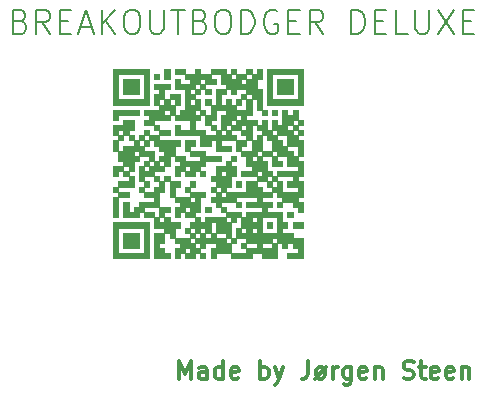
<source format=gbr>
G04 #@! TF.FileFunction,Legend,Bot*
%FSLAX46Y46*%
G04 Gerber Fmt 4.6, Leading zero omitted, Abs format (unit mm)*
G04 Created by KiCad (PCBNEW 4.0.7) date 02/06/18 23:35:00*
%MOMM*%
%LPD*%
G01*
G04 APERTURE LIST*
%ADD10C,0.100000*%
%ADD11C,0.200000*%
%ADD12C,0.300000*%
%ADD13C,0.010000*%
%ADD14R,2.100000X2.100000*%
%ADD15O,2.100000X2.100000*%
%ADD16C,3.400000*%
%ADD17R,3.400000X3.400000*%
%ADD18C,1.900000*%
%ADD19C,1.924000*%
%ADD20O,2.400000X1.850000*%
%ADD21O,2.200000X1.550000*%
%ADD22O,1.200000X1.200000*%
%ADD23O,2.940000X2.432000*%
%ADD24R,2.200000X2.200000*%
%ADD25O,2.200000X2.200000*%
%ADD26C,1.100000*%
%ADD27C,0.900000*%
%ADD28C,2.400000*%
%ADD29C,5.200000*%
%ADD30R,5.200000X5.200000*%
%ADD31O,1.924000X2.940000*%
%ADD32C,4.337000*%
G04 APERTURE END LIST*
D10*
D11*
X62740475Y-76357143D02*
X63026189Y-76452381D01*
X63121428Y-76547619D01*
X63216666Y-76738095D01*
X63216666Y-77023810D01*
X63121428Y-77214286D01*
X63026189Y-77309524D01*
X62835713Y-77404762D01*
X62073808Y-77404762D01*
X62073808Y-75404762D01*
X62740475Y-75404762D01*
X62930951Y-75500000D01*
X63026189Y-75595238D01*
X63121428Y-75785714D01*
X63121428Y-75976190D01*
X63026189Y-76166667D01*
X62930951Y-76261905D01*
X62740475Y-76357143D01*
X62073808Y-76357143D01*
X65216666Y-77404762D02*
X64549999Y-76452381D01*
X64073808Y-77404762D02*
X64073808Y-75404762D01*
X64835713Y-75404762D01*
X65026189Y-75500000D01*
X65121428Y-75595238D01*
X65216666Y-75785714D01*
X65216666Y-76071429D01*
X65121428Y-76261905D01*
X65026189Y-76357143D01*
X64835713Y-76452381D01*
X64073808Y-76452381D01*
X66073808Y-76357143D02*
X66740475Y-76357143D01*
X67026189Y-77404762D02*
X66073808Y-77404762D01*
X66073808Y-75404762D01*
X67026189Y-75404762D01*
X67788094Y-76833333D02*
X68740475Y-76833333D01*
X67597618Y-77404762D02*
X68264285Y-75404762D01*
X68930952Y-77404762D01*
X69597618Y-77404762D02*
X69597618Y-75404762D01*
X70740476Y-77404762D02*
X69883333Y-76261905D01*
X70740476Y-75404762D02*
X69597618Y-76547619D01*
X71978571Y-75404762D02*
X72359523Y-75404762D01*
X72549999Y-75500000D01*
X72740476Y-75690476D01*
X72835714Y-76071429D01*
X72835714Y-76738095D01*
X72740476Y-77119048D01*
X72549999Y-77309524D01*
X72359523Y-77404762D01*
X71978571Y-77404762D01*
X71788095Y-77309524D01*
X71597618Y-77119048D01*
X71502380Y-76738095D01*
X71502380Y-76071429D01*
X71597618Y-75690476D01*
X71788095Y-75500000D01*
X71978571Y-75404762D01*
X73692856Y-75404762D02*
X73692856Y-77023810D01*
X73788095Y-77214286D01*
X73883333Y-77309524D01*
X74073809Y-77404762D01*
X74454761Y-77404762D01*
X74645237Y-77309524D01*
X74740476Y-77214286D01*
X74835714Y-77023810D01*
X74835714Y-75404762D01*
X75502380Y-75404762D02*
X76645237Y-75404762D01*
X76073809Y-77404762D02*
X76073809Y-75404762D01*
X77978571Y-76357143D02*
X78264285Y-76452381D01*
X78359524Y-76547619D01*
X78454762Y-76738095D01*
X78454762Y-77023810D01*
X78359524Y-77214286D01*
X78264285Y-77309524D01*
X78073809Y-77404762D01*
X77311904Y-77404762D01*
X77311904Y-75404762D01*
X77978571Y-75404762D01*
X78169047Y-75500000D01*
X78264285Y-75595238D01*
X78359524Y-75785714D01*
X78359524Y-75976190D01*
X78264285Y-76166667D01*
X78169047Y-76261905D01*
X77978571Y-76357143D01*
X77311904Y-76357143D01*
X79692857Y-75404762D02*
X80073809Y-75404762D01*
X80264285Y-75500000D01*
X80454762Y-75690476D01*
X80550000Y-76071429D01*
X80550000Y-76738095D01*
X80454762Y-77119048D01*
X80264285Y-77309524D01*
X80073809Y-77404762D01*
X79692857Y-77404762D01*
X79502381Y-77309524D01*
X79311904Y-77119048D01*
X79216666Y-76738095D01*
X79216666Y-76071429D01*
X79311904Y-75690476D01*
X79502381Y-75500000D01*
X79692857Y-75404762D01*
X81407142Y-77404762D02*
X81407142Y-75404762D01*
X81883333Y-75404762D01*
X82169047Y-75500000D01*
X82359523Y-75690476D01*
X82454762Y-75880952D01*
X82550000Y-76261905D01*
X82550000Y-76547619D01*
X82454762Y-76928571D01*
X82359523Y-77119048D01*
X82169047Y-77309524D01*
X81883333Y-77404762D01*
X81407142Y-77404762D01*
X84454762Y-75500000D02*
X84264285Y-75404762D01*
X83978571Y-75404762D01*
X83692857Y-75500000D01*
X83502381Y-75690476D01*
X83407142Y-75880952D01*
X83311904Y-76261905D01*
X83311904Y-76547619D01*
X83407142Y-76928571D01*
X83502381Y-77119048D01*
X83692857Y-77309524D01*
X83978571Y-77404762D01*
X84169047Y-77404762D01*
X84454762Y-77309524D01*
X84550000Y-77214286D01*
X84550000Y-76547619D01*
X84169047Y-76547619D01*
X85407142Y-76357143D02*
X86073809Y-76357143D01*
X86359523Y-77404762D02*
X85407142Y-77404762D01*
X85407142Y-75404762D01*
X86359523Y-75404762D01*
X88359524Y-77404762D02*
X87692857Y-76452381D01*
X87216666Y-77404762D02*
X87216666Y-75404762D01*
X87978571Y-75404762D01*
X88169047Y-75500000D01*
X88264286Y-75595238D01*
X88359524Y-75785714D01*
X88359524Y-76071429D01*
X88264286Y-76261905D01*
X88169047Y-76357143D01*
X87978571Y-76452381D01*
X87216666Y-76452381D01*
X90740476Y-77404762D02*
X90740476Y-75404762D01*
X91216667Y-75404762D01*
X91502381Y-75500000D01*
X91692857Y-75690476D01*
X91788096Y-75880952D01*
X91883334Y-76261905D01*
X91883334Y-76547619D01*
X91788096Y-76928571D01*
X91692857Y-77119048D01*
X91502381Y-77309524D01*
X91216667Y-77404762D01*
X90740476Y-77404762D01*
X92740476Y-76357143D02*
X93407143Y-76357143D01*
X93692857Y-77404762D02*
X92740476Y-77404762D01*
X92740476Y-75404762D01*
X93692857Y-75404762D01*
X95502381Y-77404762D02*
X94550000Y-77404762D01*
X94550000Y-75404762D01*
X96169048Y-75404762D02*
X96169048Y-77023810D01*
X96264287Y-77214286D01*
X96359525Y-77309524D01*
X96550001Y-77404762D01*
X96930953Y-77404762D01*
X97121429Y-77309524D01*
X97216668Y-77214286D01*
X97311906Y-77023810D01*
X97311906Y-75404762D01*
X98073810Y-75404762D02*
X99407144Y-77404762D01*
X99407144Y-75404762D02*
X98073810Y-77404762D01*
X100169048Y-76357143D02*
X100835715Y-76357143D01*
X101121429Y-77404762D02*
X100169048Y-77404762D01*
X100169048Y-75404762D01*
X101121429Y-75404762D01*
D12*
X76164287Y-106628571D02*
X76164287Y-105128571D01*
X76664287Y-106200000D01*
X77164287Y-105128571D01*
X77164287Y-106628571D01*
X78521430Y-106628571D02*
X78521430Y-105842857D01*
X78450001Y-105700000D01*
X78307144Y-105628571D01*
X78021430Y-105628571D01*
X77878573Y-105700000D01*
X78521430Y-106557143D02*
X78378573Y-106628571D01*
X78021430Y-106628571D01*
X77878573Y-106557143D01*
X77807144Y-106414286D01*
X77807144Y-106271429D01*
X77878573Y-106128571D01*
X78021430Y-106057143D01*
X78378573Y-106057143D01*
X78521430Y-105985714D01*
X79878573Y-106628571D02*
X79878573Y-105128571D01*
X79878573Y-106557143D02*
X79735716Y-106628571D01*
X79450002Y-106628571D01*
X79307144Y-106557143D01*
X79235716Y-106485714D01*
X79164287Y-106342857D01*
X79164287Y-105914286D01*
X79235716Y-105771429D01*
X79307144Y-105700000D01*
X79450002Y-105628571D01*
X79735716Y-105628571D01*
X79878573Y-105700000D01*
X81164287Y-106557143D02*
X81021430Y-106628571D01*
X80735716Y-106628571D01*
X80592859Y-106557143D01*
X80521430Y-106414286D01*
X80521430Y-105842857D01*
X80592859Y-105700000D01*
X80735716Y-105628571D01*
X81021430Y-105628571D01*
X81164287Y-105700000D01*
X81235716Y-105842857D01*
X81235716Y-105985714D01*
X80521430Y-106128571D01*
X83021430Y-106628571D02*
X83021430Y-105128571D01*
X83021430Y-105700000D02*
X83164287Y-105628571D01*
X83450001Y-105628571D01*
X83592858Y-105700000D01*
X83664287Y-105771429D01*
X83735716Y-105914286D01*
X83735716Y-106342857D01*
X83664287Y-106485714D01*
X83592858Y-106557143D01*
X83450001Y-106628571D01*
X83164287Y-106628571D01*
X83021430Y-106557143D01*
X84235716Y-105628571D02*
X84592859Y-106628571D01*
X84950001Y-105628571D02*
X84592859Y-106628571D01*
X84450001Y-106985714D01*
X84378573Y-107057143D01*
X84235716Y-107128571D01*
X87092858Y-105128571D02*
X87092858Y-106200000D01*
X87021430Y-106414286D01*
X86878573Y-106557143D01*
X86664287Y-106628571D01*
X86521430Y-106628571D01*
X88592858Y-105628571D02*
X87664287Y-106628571D01*
X88021430Y-106628571D02*
X87878572Y-106557143D01*
X87807144Y-106485714D01*
X87735715Y-106342857D01*
X87735715Y-105914286D01*
X87807144Y-105771429D01*
X87878572Y-105700000D01*
X88021430Y-105628571D01*
X88235715Y-105628571D01*
X88378572Y-105700000D01*
X88450001Y-105771429D01*
X88521430Y-105914286D01*
X88521430Y-106342857D01*
X88450001Y-106485714D01*
X88378572Y-106557143D01*
X88235715Y-106628571D01*
X88021430Y-106628571D01*
X89164287Y-106628571D02*
X89164287Y-105628571D01*
X89164287Y-105914286D02*
X89235715Y-105771429D01*
X89307144Y-105700000D01*
X89450001Y-105628571D01*
X89592858Y-105628571D01*
X90735715Y-105628571D02*
X90735715Y-106842857D01*
X90664286Y-106985714D01*
X90592858Y-107057143D01*
X90450001Y-107128571D01*
X90235715Y-107128571D01*
X90092858Y-107057143D01*
X90735715Y-106557143D02*
X90592858Y-106628571D01*
X90307144Y-106628571D01*
X90164286Y-106557143D01*
X90092858Y-106485714D01*
X90021429Y-106342857D01*
X90021429Y-105914286D01*
X90092858Y-105771429D01*
X90164286Y-105700000D01*
X90307144Y-105628571D01*
X90592858Y-105628571D01*
X90735715Y-105700000D01*
X92021429Y-106557143D02*
X91878572Y-106628571D01*
X91592858Y-106628571D01*
X91450001Y-106557143D01*
X91378572Y-106414286D01*
X91378572Y-105842857D01*
X91450001Y-105700000D01*
X91592858Y-105628571D01*
X91878572Y-105628571D01*
X92021429Y-105700000D01*
X92092858Y-105842857D01*
X92092858Y-105985714D01*
X91378572Y-106128571D01*
X92735715Y-105628571D02*
X92735715Y-106628571D01*
X92735715Y-105771429D02*
X92807143Y-105700000D01*
X92950001Y-105628571D01*
X93164286Y-105628571D01*
X93307143Y-105700000D01*
X93378572Y-105842857D01*
X93378572Y-106628571D01*
X95164286Y-106557143D02*
X95378572Y-106628571D01*
X95735715Y-106628571D01*
X95878572Y-106557143D01*
X95950001Y-106485714D01*
X96021429Y-106342857D01*
X96021429Y-106200000D01*
X95950001Y-106057143D01*
X95878572Y-105985714D01*
X95735715Y-105914286D01*
X95450001Y-105842857D01*
X95307143Y-105771429D01*
X95235715Y-105700000D01*
X95164286Y-105557143D01*
X95164286Y-105414286D01*
X95235715Y-105271429D01*
X95307143Y-105200000D01*
X95450001Y-105128571D01*
X95807143Y-105128571D01*
X96021429Y-105200000D01*
X96450000Y-105628571D02*
X97021429Y-105628571D01*
X96664286Y-105128571D02*
X96664286Y-106414286D01*
X96735714Y-106557143D01*
X96878572Y-106628571D01*
X97021429Y-106628571D01*
X98092857Y-106557143D02*
X97950000Y-106628571D01*
X97664286Y-106628571D01*
X97521429Y-106557143D01*
X97450000Y-106414286D01*
X97450000Y-105842857D01*
X97521429Y-105700000D01*
X97664286Y-105628571D01*
X97950000Y-105628571D01*
X98092857Y-105700000D01*
X98164286Y-105842857D01*
X98164286Y-105985714D01*
X97450000Y-106128571D01*
X99378571Y-106557143D02*
X99235714Y-106628571D01*
X98950000Y-106628571D01*
X98807143Y-106557143D01*
X98735714Y-106414286D01*
X98735714Y-105842857D01*
X98807143Y-105700000D01*
X98950000Y-105628571D01*
X99235714Y-105628571D01*
X99378571Y-105700000D01*
X99450000Y-105842857D01*
X99450000Y-105985714D01*
X98735714Y-106128571D01*
X100092857Y-105628571D02*
X100092857Y-106628571D01*
X100092857Y-105771429D02*
X100164285Y-105700000D01*
X100307143Y-105628571D01*
X100521428Y-105628571D01*
X100664285Y-105700000D01*
X100735714Y-105842857D01*
X100735714Y-106628571D01*
D13*
G36*
X74053000Y-96401000D02*
X75365333Y-96401000D01*
X75365333Y-95977667D01*
X74899666Y-95977667D01*
X74899666Y-95554334D01*
X74476333Y-95554334D01*
X74476333Y-95088667D01*
X74899666Y-95088667D01*
X74899666Y-94242000D01*
X74053000Y-94242000D01*
X74053000Y-96401000D01*
X74053000Y-96401000D01*
G37*
X74053000Y-96401000D02*
X75365333Y-96401000D01*
X75365333Y-95977667D01*
X74899666Y-95977667D01*
X74899666Y-95554334D01*
X74476333Y-95554334D01*
X74476333Y-95088667D01*
X74899666Y-95088667D01*
X74899666Y-94242000D01*
X74053000Y-94242000D01*
X74053000Y-96401000D01*
G36*
X70581666Y-92929667D02*
X71005000Y-92929667D01*
X71005000Y-91194000D01*
X70581666Y-91194000D01*
X70581666Y-92929667D01*
X70581666Y-92929667D01*
G37*
X70581666Y-92929667D02*
X71005000Y-92929667D01*
X71005000Y-91194000D01*
X70581666Y-91194000D01*
X70581666Y-92929667D01*
G36*
X84467000Y-92083000D02*
X84890333Y-92083000D01*
X84890333Y-91617334D01*
X84467000Y-91617334D01*
X84467000Y-92083000D01*
X84467000Y-92083000D01*
G37*
X84467000Y-92083000D02*
X84890333Y-92083000D01*
X84890333Y-91617334D01*
X84467000Y-91617334D01*
X84467000Y-92083000D01*
G36*
X71005000Y-91194000D02*
X71894000Y-91194000D01*
X71894000Y-90770667D01*
X71005000Y-90770667D01*
X71005000Y-91194000D01*
X71005000Y-91194000D01*
G37*
X71005000Y-91194000D02*
X71894000Y-91194000D01*
X71894000Y-90770667D01*
X71005000Y-90770667D01*
X71005000Y-91194000D01*
G36*
X70581666Y-90770667D02*
X71005000Y-90770667D01*
X71005000Y-90347334D01*
X70581666Y-90347334D01*
X70581666Y-90770667D01*
X70581666Y-90770667D01*
G37*
X70581666Y-90770667D02*
X71005000Y-90770667D01*
X71005000Y-90347334D01*
X70581666Y-90347334D01*
X70581666Y-90770667D01*
G36*
X71894000Y-89881667D02*
X71005000Y-89881667D01*
X71005000Y-90347334D01*
X72317333Y-90347334D01*
X72317333Y-89458334D01*
X71894000Y-89458334D01*
X71894000Y-89881667D01*
X71894000Y-89881667D01*
G37*
X71894000Y-89881667D02*
X71005000Y-89881667D01*
X71005000Y-90347334D01*
X72317333Y-90347334D01*
X72317333Y-89458334D01*
X71894000Y-89458334D01*
X71894000Y-89881667D01*
G36*
X71428333Y-88611667D02*
X70581666Y-88611667D01*
X70581666Y-89458334D01*
X71005000Y-89458334D01*
X71005000Y-89035000D01*
X71428333Y-89035000D01*
X71428333Y-88611667D01*
X71428333Y-88611667D01*
G37*
X71428333Y-88611667D02*
X70581666Y-88611667D01*
X70581666Y-89458334D01*
X71005000Y-89458334D01*
X71005000Y-89035000D01*
X71428333Y-89035000D01*
X71428333Y-88611667D01*
G36*
X82731333Y-80780000D02*
X82308000Y-80780000D01*
X82308000Y-81203334D01*
X81842333Y-81203334D01*
X81842333Y-81669000D01*
X81419000Y-81669000D01*
X81419000Y-81203334D01*
X81842333Y-81203334D01*
X81842333Y-80780000D01*
X82308000Y-80780000D01*
X82308000Y-80356667D01*
X81842333Y-80356667D01*
X81842333Y-80780000D01*
X80995666Y-80780000D01*
X80995666Y-81203334D01*
X80572333Y-81203334D01*
X80572333Y-80780000D01*
X80995666Y-80780000D01*
X80995666Y-80356667D01*
X80572333Y-80356667D01*
X80572333Y-80780000D01*
X80106666Y-80780000D01*
X80106666Y-80356667D01*
X78836666Y-80356667D01*
X78836666Y-80780000D01*
X79683333Y-80780000D01*
X79683333Y-81669000D01*
X80106666Y-81669000D01*
X80106666Y-82092334D01*
X80572333Y-82092334D01*
X80572333Y-82515667D01*
X80995666Y-82515667D01*
X80995666Y-82092334D01*
X81842333Y-82092334D01*
X81842333Y-82515667D01*
X82308000Y-82515667D01*
X82308000Y-82939000D01*
X82731333Y-82939000D01*
X82731333Y-83828000D01*
X83154666Y-83828000D01*
X83154666Y-82092334D01*
X82731333Y-82092334D01*
X82731333Y-81203334D01*
X83154666Y-81203334D01*
X83154666Y-80356667D01*
X82731333Y-80356667D01*
X82731333Y-80780000D01*
X82731333Y-80780000D01*
G37*
X82731333Y-80780000D02*
X82308000Y-80780000D01*
X82308000Y-81203334D01*
X81842333Y-81203334D01*
X81842333Y-81669000D01*
X81419000Y-81669000D01*
X81419000Y-81203334D01*
X81842333Y-81203334D01*
X81842333Y-80780000D01*
X82308000Y-80780000D01*
X82308000Y-80356667D01*
X81842333Y-80356667D01*
X81842333Y-80780000D01*
X80995666Y-80780000D01*
X80995666Y-81203334D01*
X80572333Y-81203334D01*
X80572333Y-80780000D01*
X80995666Y-80780000D01*
X80995666Y-80356667D01*
X80572333Y-80356667D01*
X80572333Y-80780000D01*
X80106666Y-80780000D01*
X80106666Y-80356667D01*
X78836666Y-80356667D01*
X78836666Y-80780000D01*
X79683333Y-80780000D01*
X79683333Y-81669000D01*
X80106666Y-81669000D01*
X80106666Y-82092334D01*
X80572333Y-82092334D01*
X80572333Y-82515667D01*
X80995666Y-82515667D01*
X80995666Y-82092334D01*
X81842333Y-82092334D01*
X81842333Y-82515667D01*
X82308000Y-82515667D01*
X82308000Y-82939000D01*
X82731333Y-82939000D01*
X82731333Y-83828000D01*
X83154666Y-83828000D01*
X83154666Y-82092334D01*
X82731333Y-82092334D01*
X82731333Y-81203334D01*
X83154666Y-81203334D01*
X83154666Y-80356667D01*
X82731333Y-80356667D01*
X82731333Y-80780000D01*
G36*
X75788666Y-80780000D02*
X76635333Y-80780000D01*
X76635333Y-80356667D01*
X75788666Y-80356667D01*
X75788666Y-80780000D01*
X75788666Y-80780000D01*
G37*
X75788666Y-80780000D02*
X76635333Y-80780000D01*
X76635333Y-80356667D01*
X75788666Y-80356667D01*
X75788666Y-80780000D01*
G36*
X71428333Y-89458334D02*
X71894000Y-89458334D01*
X71894000Y-89035000D01*
X71428333Y-89035000D01*
X71428333Y-89458334D01*
X71428333Y-89458334D01*
G37*
X71428333Y-89458334D02*
X71894000Y-89458334D01*
X71894000Y-89035000D01*
X71428333Y-89035000D01*
X71428333Y-89458334D01*
G36*
X77947666Y-96401000D02*
X78371000Y-96401000D01*
X78371000Y-95977667D01*
X77947666Y-95977667D01*
X77947666Y-96401000D01*
X77947666Y-96401000D01*
G37*
X77947666Y-96401000D02*
X78371000Y-96401000D01*
X78371000Y-95977667D01*
X77947666Y-95977667D01*
X77947666Y-96401000D01*
G36*
X73164000Y-88146000D02*
X73164000Y-88611667D01*
X72740666Y-88611667D01*
X72740666Y-89881667D01*
X73164000Y-89881667D01*
X73164000Y-90347334D01*
X72740666Y-90347334D01*
X72740666Y-90770667D01*
X73164000Y-90770667D01*
X73164000Y-91194000D01*
X74053000Y-91194000D01*
X74053000Y-91617334D01*
X72740666Y-91617334D01*
X72740666Y-92083000D01*
X72317333Y-92083000D01*
X72317333Y-92506334D01*
X71894000Y-92506334D01*
X71894000Y-91617334D01*
X71428333Y-91617334D01*
X71428333Y-92929667D01*
X72740666Y-92929667D01*
X72740666Y-92506334D01*
X73164000Y-92506334D01*
X73164000Y-92929667D01*
X74053000Y-92929667D01*
X74053000Y-93818667D01*
X74899666Y-93818667D01*
X74899666Y-94242000D01*
X75365333Y-94242000D01*
X75365333Y-94665334D01*
X75788666Y-94665334D01*
X75788666Y-95088667D01*
X76212000Y-95088667D01*
X76212000Y-95554334D01*
X75788666Y-95554334D01*
X75788666Y-96401000D01*
X76212000Y-96401000D01*
X76212000Y-95977667D01*
X76635333Y-95977667D01*
X76635333Y-96401000D01*
X77524333Y-96401000D01*
X77524333Y-95977667D01*
X77947666Y-95977667D01*
X77947666Y-95554334D01*
X78371000Y-95554334D01*
X78371000Y-95088667D01*
X77947666Y-95088667D01*
X77947666Y-95554334D01*
X77524333Y-95554334D01*
X77101000Y-95554334D01*
X77101000Y-95977667D01*
X76635333Y-95977667D01*
X76635333Y-95554334D01*
X77101000Y-95554334D01*
X77524333Y-95554334D01*
X77524333Y-95088667D01*
X77947666Y-95088667D01*
X78371000Y-95088667D01*
X79260000Y-95088667D01*
X79260000Y-95554334D01*
X78836666Y-95554334D01*
X78836666Y-96401000D01*
X79260000Y-96401000D01*
X79260000Y-95977667D01*
X80572333Y-95977667D01*
X80572333Y-96401000D01*
X82308000Y-96401000D01*
X82308000Y-95977667D01*
X83154666Y-95977667D01*
X83154666Y-96401000D01*
X84467000Y-96401000D01*
X84467000Y-95088667D01*
X84890333Y-95088667D01*
X84890333Y-95554334D01*
X85313666Y-95554334D01*
X85313666Y-95088667D01*
X85779333Y-95088667D01*
X85779333Y-95554334D01*
X86202666Y-95554334D01*
X86202666Y-95977667D01*
X85313666Y-95977667D01*
X85313666Y-96401000D01*
X86626000Y-96401000D01*
X86626000Y-94665334D01*
X85779333Y-94665334D01*
X84467000Y-94665334D01*
X84467000Y-95088667D01*
X84043666Y-95088667D01*
X84043666Y-95554334D01*
X83154666Y-95554334D01*
X83154666Y-95088667D01*
X84043666Y-95088667D01*
X84043666Y-94665334D01*
X84467000Y-94665334D01*
X85779333Y-94665334D01*
X85779333Y-94242000D01*
X84890333Y-94242000D01*
X84890333Y-93818667D01*
X85313666Y-93818667D01*
X85313666Y-93353000D01*
X84890333Y-93353000D01*
X84890333Y-92929667D01*
X84467000Y-92929667D01*
X84467000Y-94242000D01*
X83154666Y-94242000D01*
X83154666Y-93818667D01*
X82731333Y-93818667D01*
X82731333Y-94242000D01*
X82308000Y-94242000D01*
X82308000Y-93818667D01*
X81842333Y-93818667D01*
X81842333Y-94242000D01*
X81419000Y-94242000D01*
X81419000Y-93818667D01*
X81842333Y-93818667D01*
X82308000Y-93818667D01*
X82731333Y-93818667D01*
X83154666Y-93818667D01*
X83154666Y-92929667D01*
X82731333Y-92929667D01*
X82731333Y-93353000D01*
X82308000Y-93353000D01*
X82308000Y-92929667D01*
X82731333Y-92929667D01*
X83154666Y-92929667D01*
X84467000Y-92929667D01*
X84890333Y-92929667D01*
X84890333Y-92506334D01*
X83578000Y-92506334D01*
X83578000Y-92083000D01*
X84043666Y-92083000D01*
X84043666Y-91617334D01*
X83154666Y-91617334D01*
X83154666Y-91194000D01*
X84043666Y-91194000D01*
X84043666Y-90770667D01*
X84467000Y-90770667D01*
X84467000Y-91194000D01*
X84890333Y-91194000D01*
X84890333Y-91617334D01*
X85779333Y-91617334D01*
X85779333Y-92083000D01*
X86202666Y-92083000D01*
X86202666Y-92506334D01*
X86626000Y-92506334D01*
X86626000Y-91617334D01*
X86202666Y-91617334D01*
X86202666Y-91194000D01*
X86626000Y-91194000D01*
X86626000Y-89881667D01*
X86202666Y-89881667D01*
X86202666Y-89458334D01*
X86626000Y-89458334D01*
X86626000Y-88611667D01*
X86202666Y-88611667D01*
X86202666Y-89035000D01*
X84467000Y-89035000D01*
X84467000Y-89458334D01*
X85779333Y-89458334D01*
X85779333Y-89881667D01*
X85313666Y-89881667D01*
X85313666Y-90347334D01*
X86202666Y-90347334D01*
X86202666Y-90770667D01*
X84890333Y-90770667D01*
X84890333Y-89881667D01*
X84467000Y-89881667D01*
X84467000Y-90347334D01*
X84043666Y-90347334D01*
X84043666Y-90770667D01*
X83154666Y-90770667D01*
X83154666Y-90347334D01*
X82731333Y-90347334D01*
X82731333Y-89881667D01*
X81842333Y-89881667D01*
X81842333Y-90770667D01*
X80106666Y-90770667D01*
X80106666Y-91194000D01*
X79683333Y-91194000D01*
X79683333Y-90770667D01*
X79260000Y-90770667D01*
X79260000Y-91194000D01*
X78836666Y-91194000D01*
X78836666Y-91617334D01*
X79260000Y-91617334D01*
X79260000Y-92083000D01*
X79683333Y-92083000D01*
X79683333Y-91617334D01*
X80995666Y-91617334D01*
X80995666Y-91194000D01*
X82731333Y-91194000D01*
X82731333Y-91617334D01*
X81842333Y-91617334D01*
X81842333Y-92083000D01*
X83154666Y-92083000D01*
X83154666Y-92506334D01*
X81842333Y-92506334D01*
X81842333Y-92929667D01*
X81419000Y-92929667D01*
X81419000Y-93818667D01*
X80995666Y-93818667D01*
X80995666Y-94665334D01*
X81842333Y-94665334D01*
X81842333Y-95088667D01*
X82731333Y-95088667D01*
X82731333Y-95554334D01*
X81842333Y-95554334D01*
X81842333Y-95977667D01*
X80572333Y-95977667D01*
X80572333Y-95088667D01*
X80106666Y-95088667D01*
X80106666Y-94665334D01*
X79260000Y-94665334D01*
X79260000Y-94242000D01*
X78836666Y-94242000D01*
X78836666Y-94665334D01*
X78371000Y-94665334D01*
X78371000Y-94242000D01*
X77947666Y-94242000D01*
X77947666Y-94665334D01*
X77524333Y-94665334D01*
X77524333Y-95088667D01*
X77101000Y-95088667D01*
X77101000Y-94665334D01*
X75788666Y-94665334D01*
X75788666Y-93818667D01*
X76212000Y-93818667D01*
X76212000Y-93353000D01*
X75365333Y-93353000D01*
X75365333Y-92929667D01*
X74899666Y-92929667D01*
X74899666Y-93353000D01*
X74476333Y-93353000D01*
X74476333Y-92929667D01*
X74053000Y-92929667D01*
X74053000Y-92506334D01*
X73164000Y-92506334D01*
X73164000Y-92083000D01*
X74476333Y-92083000D01*
X74476333Y-90770667D01*
X74899666Y-90770667D01*
X74899666Y-89881667D01*
X74476333Y-89881667D01*
X74476333Y-90347334D01*
X74053000Y-90347334D01*
X74053000Y-90770667D01*
X73164000Y-90770667D01*
X73164000Y-90347334D01*
X73629666Y-90347334D01*
X73629666Y-89881667D01*
X73164000Y-89881667D01*
X73164000Y-89458334D01*
X74053000Y-89458334D01*
X74053000Y-89035000D01*
X74899666Y-89035000D01*
X74899666Y-88611667D01*
X75365333Y-88611667D01*
X75365333Y-88146000D01*
X74899666Y-88146000D01*
X74899666Y-88611667D01*
X74476333Y-88611667D01*
X74476333Y-88146000D01*
X74899666Y-88146000D01*
X75365333Y-88146000D01*
X75365333Y-87722667D01*
X75788666Y-87722667D01*
X75788666Y-87299334D01*
X74899666Y-87299334D01*
X74899666Y-87722667D01*
X74476333Y-87722667D01*
X74476333Y-88146000D01*
X74053000Y-88146000D01*
X74053000Y-88611667D01*
X73629666Y-88611667D01*
X73629666Y-89035000D01*
X73164000Y-89035000D01*
X73164000Y-88611667D01*
X73629666Y-88611667D01*
X73629666Y-88146000D01*
X74053000Y-88146000D01*
X74053000Y-87299334D01*
X73164000Y-87299334D01*
X72740666Y-87299334D01*
X72740666Y-87722667D01*
X72317333Y-87722667D01*
X72317333Y-87299334D01*
X72740666Y-87299334D01*
X73164000Y-87299334D01*
X73164000Y-86876000D01*
X72740666Y-86876000D01*
X72740666Y-86410334D01*
X73164000Y-86410334D01*
X73164000Y-85987000D01*
X73629666Y-85987000D01*
X73629666Y-86410334D01*
X74053000Y-86410334D01*
X74053000Y-86876000D01*
X74476333Y-86876000D01*
X74476333Y-87299334D01*
X74899666Y-87299334D01*
X75788666Y-87299334D01*
X75788666Y-86876000D01*
X76212000Y-86876000D01*
X76212000Y-86410334D01*
X74476333Y-86410334D01*
X74476333Y-85987000D01*
X75365333Y-85987000D01*
X75365333Y-85563667D01*
X74476333Y-85563667D01*
X74476333Y-85140334D01*
X74053000Y-85140334D01*
X74053000Y-84674667D01*
X75365333Y-84674667D01*
X75365333Y-84251334D01*
X75788666Y-84251334D01*
X75788666Y-84674667D01*
X77101000Y-84674667D01*
X77101000Y-85563667D01*
X76212000Y-85563667D01*
X76212000Y-85140334D01*
X75788666Y-85140334D01*
X75788666Y-85987000D01*
X77947666Y-85987000D01*
X77947666Y-86876000D01*
X78836666Y-86876000D01*
X78836666Y-86410334D01*
X79260000Y-86410334D01*
X79260000Y-87299334D01*
X80572333Y-87299334D01*
X80572333Y-86876000D01*
X79683333Y-86876000D01*
X79683333Y-86410334D01*
X80995666Y-86410334D01*
X80995666Y-85987000D01*
X80572333Y-85987000D01*
X80572333Y-85563667D01*
X81419000Y-85563667D01*
X81419000Y-85987000D01*
X81842333Y-85987000D01*
X81842333Y-86410334D01*
X82308000Y-86410334D01*
X82308000Y-85140334D01*
X81842333Y-85140334D01*
X81842333Y-85563667D01*
X81419000Y-85563667D01*
X81419000Y-85140334D01*
X81842333Y-85140334D01*
X82308000Y-85140334D01*
X82731333Y-85140334D01*
X82731333Y-85563667D01*
X83154666Y-85563667D01*
X83154666Y-85987000D01*
X83578000Y-85987000D01*
X83578000Y-86410334D01*
X84043666Y-86410334D01*
X84043666Y-87299334D01*
X84467000Y-87299334D01*
X84467000Y-87722667D01*
X85313666Y-87722667D01*
X85313666Y-88611667D01*
X86202666Y-88611667D01*
X86626000Y-88611667D01*
X86626000Y-88146000D01*
X86202666Y-88146000D01*
X86202666Y-87722667D01*
X86626000Y-87722667D01*
X86626000Y-86876000D01*
X86202666Y-86876000D01*
X86202666Y-87722667D01*
X85779333Y-87722667D01*
X85779333Y-87299334D01*
X85313666Y-87299334D01*
X85313666Y-86876000D01*
X86202666Y-86876000D01*
X86626000Y-86876000D01*
X86626000Y-86410334D01*
X86202666Y-86410334D01*
X86202666Y-85987000D01*
X86626000Y-85987000D01*
X86626000Y-85563667D01*
X86202666Y-85563667D01*
X86202666Y-85987000D01*
X85779333Y-85987000D01*
X85313666Y-85987000D01*
X85313666Y-86876000D01*
X84890333Y-86876000D01*
X84890333Y-86410334D01*
X84467000Y-86410334D01*
X84467000Y-85987000D01*
X85313666Y-85987000D01*
X85779333Y-85987000D01*
X85779333Y-85563667D01*
X86202666Y-85563667D01*
X86202666Y-85140334D01*
X86626000Y-85140334D01*
X86626000Y-84674667D01*
X86202666Y-84674667D01*
X86202666Y-85140334D01*
X85779333Y-85140334D01*
X85779333Y-85563667D01*
X85313666Y-85563667D01*
X84467000Y-85563667D01*
X84467000Y-85987000D01*
X84043666Y-85987000D01*
X84043666Y-85563667D01*
X84467000Y-85563667D01*
X85313666Y-85563667D01*
X85313666Y-85140334D01*
X85779333Y-85140334D01*
X85779333Y-84674667D01*
X86202666Y-84674667D01*
X86202666Y-83828000D01*
X85779333Y-83828000D01*
X85779333Y-84251334D01*
X85313666Y-84251334D01*
X85313666Y-83828000D01*
X84890333Y-83828000D01*
X84890333Y-85140334D01*
X84467000Y-85140334D01*
X84467000Y-84674667D01*
X84043666Y-84674667D01*
X84043666Y-85563667D01*
X83578000Y-85563667D01*
X83578000Y-84674667D01*
X83154666Y-84674667D01*
X83154666Y-85140334D01*
X82731333Y-85140334D01*
X82731333Y-84674667D01*
X81842333Y-84674667D01*
X81842333Y-84251334D01*
X81419000Y-84251334D01*
X81419000Y-84674667D01*
X80995666Y-84674667D01*
X80995666Y-85140334D01*
X80572333Y-85140334D01*
X80572333Y-85563667D01*
X80106666Y-85563667D01*
X80106666Y-85987000D01*
X79683333Y-85987000D01*
X79683333Y-85563667D01*
X80106666Y-85563667D01*
X80106666Y-85140334D01*
X80572333Y-85140334D01*
X80572333Y-84674667D01*
X80995666Y-84674667D01*
X80995666Y-84251334D01*
X81419000Y-84251334D01*
X81842333Y-84251334D01*
X82308000Y-84251334D01*
X82308000Y-82939000D01*
X81842333Y-82939000D01*
X81842333Y-83828000D01*
X80995666Y-83828000D01*
X80995666Y-83404667D01*
X80572333Y-83404667D01*
X80572333Y-82939000D01*
X80106666Y-82939000D01*
X80106666Y-83404667D01*
X79683333Y-83404667D01*
X79683333Y-82515667D01*
X80106666Y-82515667D01*
X80106666Y-82092334D01*
X79260000Y-82092334D01*
X79260000Y-83404667D01*
X78836666Y-83404667D01*
X78836666Y-84251334D01*
X78371000Y-84251334D01*
X78371000Y-85140334D01*
X78836666Y-85140334D01*
X78836666Y-84674667D01*
X79260000Y-84674667D01*
X79260000Y-83828000D01*
X80106666Y-83828000D01*
X80106666Y-84251334D01*
X79683333Y-84251334D01*
X79683333Y-85563667D01*
X79260000Y-85563667D01*
X79260000Y-85987000D01*
X78371000Y-85987000D01*
X78371000Y-85563667D01*
X77524333Y-85563667D01*
X77524333Y-84674667D01*
X77947666Y-84674667D01*
X77947666Y-84251334D01*
X77524333Y-84251334D01*
X77524333Y-83828000D01*
X77947666Y-83828000D01*
X77947666Y-82939000D01*
X77524333Y-82939000D01*
X77524333Y-83404667D01*
X77101000Y-83404667D01*
X77101000Y-82939000D01*
X77524333Y-82939000D01*
X77524333Y-82515667D01*
X77101000Y-82515667D01*
X77101000Y-82092334D01*
X77524333Y-82092334D01*
X77524333Y-81669000D01*
X77947666Y-81669000D01*
X77947666Y-81203334D01*
X78371000Y-81203334D01*
X78371000Y-81669000D01*
X79260000Y-81669000D01*
X79260000Y-81203334D01*
X78836666Y-81203334D01*
X78836666Y-80780000D01*
X77947666Y-80780000D01*
X77947666Y-80356667D01*
X77524333Y-80356667D01*
X77524333Y-80780000D01*
X76635333Y-80780000D01*
X76635333Y-81203334D01*
X77101000Y-81203334D01*
X77101000Y-81669000D01*
X76212000Y-81669000D01*
X76212000Y-81203334D01*
X75788666Y-81203334D01*
X75788666Y-82092334D01*
X76635333Y-82092334D01*
X76635333Y-83828000D01*
X76212000Y-83828000D01*
X76212000Y-84251334D01*
X75788666Y-84251334D01*
X75788666Y-83828000D01*
X75365333Y-83828000D01*
X75365333Y-84251334D01*
X74899666Y-84251334D01*
X74899666Y-83828000D01*
X75365333Y-83828000D01*
X75788666Y-83828000D01*
X75788666Y-83404667D01*
X76212000Y-83404667D01*
X76212000Y-82939000D01*
X75788666Y-82939000D01*
X75788666Y-83404667D01*
X75365333Y-83404667D01*
X75365333Y-82939000D01*
X75788666Y-82939000D01*
X76212000Y-82939000D01*
X76212000Y-82515667D01*
X75365333Y-82515667D01*
X75365333Y-82939000D01*
X74899666Y-82939000D01*
X74899666Y-83404667D01*
X74476333Y-83404667D01*
X74476333Y-82939000D01*
X74899666Y-82939000D01*
X74899666Y-82092334D01*
X75365333Y-82092334D01*
X75365333Y-81669000D01*
X74053000Y-81669000D01*
X74053000Y-82092334D01*
X74476333Y-82092334D01*
X74476333Y-82515667D01*
X74053000Y-82515667D01*
X74053000Y-83404667D01*
X74476333Y-83404667D01*
X74476333Y-83828000D01*
X73164000Y-83828000D01*
X73164000Y-84251334D01*
X73629666Y-84251334D01*
X73629666Y-84674667D01*
X73164000Y-84674667D01*
X73164000Y-85140334D01*
X74053000Y-85140334D01*
X74053000Y-85563667D01*
X74476333Y-85563667D01*
X74476333Y-85987000D01*
X73629666Y-85987000D01*
X73629666Y-85563667D01*
X73164000Y-85563667D01*
X73164000Y-85987000D01*
X72740666Y-85987000D01*
X72740666Y-86410334D01*
X72317333Y-86410334D01*
X72317333Y-86876000D01*
X71428333Y-86876000D01*
X71428333Y-87299334D01*
X71005000Y-87299334D01*
X71005000Y-86410334D01*
X71428333Y-86410334D01*
X71428333Y-85987000D01*
X71894000Y-85987000D01*
X71894000Y-86410334D01*
X72317333Y-86410334D01*
X72317333Y-85987000D01*
X71894000Y-85987000D01*
X71894000Y-85563667D01*
X71428333Y-85563667D01*
X71428333Y-85987000D01*
X71005000Y-85987000D01*
X71005000Y-85563667D01*
X71428333Y-85563667D01*
X71894000Y-85563667D01*
X72317333Y-85563667D01*
X72317333Y-84674667D01*
X71428333Y-84674667D01*
X71428333Y-85140334D01*
X70581666Y-85140334D01*
X70581666Y-85987000D01*
X71005000Y-85987000D01*
X71005000Y-86410334D01*
X70581666Y-86410334D01*
X70581666Y-87299334D01*
X71005000Y-87299334D01*
X71005000Y-88146000D01*
X71428333Y-88146000D01*
X71428333Y-88611667D01*
X71894000Y-88611667D01*
X71894000Y-89035000D01*
X72317333Y-89035000D01*
X72317333Y-88146000D01*
X72740666Y-88146000D01*
X72740666Y-87722667D01*
X73629666Y-87722667D01*
X73629666Y-88146000D01*
X73164000Y-88146000D01*
X73164000Y-88146000D01*
G37*
X73164000Y-88146000D02*
X73164000Y-88611667D01*
X72740666Y-88611667D01*
X72740666Y-89881667D01*
X73164000Y-89881667D01*
X73164000Y-90347334D01*
X72740666Y-90347334D01*
X72740666Y-90770667D01*
X73164000Y-90770667D01*
X73164000Y-91194000D01*
X74053000Y-91194000D01*
X74053000Y-91617334D01*
X72740666Y-91617334D01*
X72740666Y-92083000D01*
X72317333Y-92083000D01*
X72317333Y-92506334D01*
X71894000Y-92506334D01*
X71894000Y-91617334D01*
X71428333Y-91617334D01*
X71428333Y-92929667D01*
X72740666Y-92929667D01*
X72740666Y-92506334D01*
X73164000Y-92506334D01*
X73164000Y-92929667D01*
X74053000Y-92929667D01*
X74053000Y-93818667D01*
X74899666Y-93818667D01*
X74899666Y-94242000D01*
X75365333Y-94242000D01*
X75365333Y-94665334D01*
X75788666Y-94665334D01*
X75788666Y-95088667D01*
X76212000Y-95088667D01*
X76212000Y-95554334D01*
X75788666Y-95554334D01*
X75788666Y-96401000D01*
X76212000Y-96401000D01*
X76212000Y-95977667D01*
X76635333Y-95977667D01*
X76635333Y-96401000D01*
X77524333Y-96401000D01*
X77524333Y-95977667D01*
X77947666Y-95977667D01*
X77947666Y-95554334D01*
X78371000Y-95554334D01*
X78371000Y-95088667D01*
X77947666Y-95088667D01*
X77947666Y-95554334D01*
X77524333Y-95554334D01*
X77101000Y-95554334D01*
X77101000Y-95977667D01*
X76635333Y-95977667D01*
X76635333Y-95554334D01*
X77101000Y-95554334D01*
X77524333Y-95554334D01*
X77524333Y-95088667D01*
X77947666Y-95088667D01*
X78371000Y-95088667D01*
X79260000Y-95088667D01*
X79260000Y-95554334D01*
X78836666Y-95554334D01*
X78836666Y-96401000D01*
X79260000Y-96401000D01*
X79260000Y-95977667D01*
X80572333Y-95977667D01*
X80572333Y-96401000D01*
X82308000Y-96401000D01*
X82308000Y-95977667D01*
X83154666Y-95977667D01*
X83154666Y-96401000D01*
X84467000Y-96401000D01*
X84467000Y-95088667D01*
X84890333Y-95088667D01*
X84890333Y-95554334D01*
X85313666Y-95554334D01*
X85313666Y-95088667D01*
X85779333Y-95088667D01*
X85779333Y-95554334D01*
X86202666Y-95554334D01*
X86202666Y-95977667D01*
X85313666Y-95977667D01*
X85313666Y-96401000D01*
X86626000Y-96401000D01*
X86626000Y-94665334D01*
X85779333Y-94665334D01*
X84467000Y-94665334D01*
X84467000Y-95088667D01*
X84043666Y-95088667D01*
X84043666Y-95554334D01*
X83154666Y-95554334D01*
X83154666Y-95088667D01*
X84043666Y-95088667D01*
X84043666Y-94665334D01*
X84467000Y-94665334D01*
X85779333Y-94665334D01*
X85779333Y-94242000D01*
X84890333Y-94242000D01*
X84890333Y-93818667D01*
X85313666Y-93818667D01*
X85313666Y-93353000D01*
X84890333Y-93353000D01*
X84890333Y-92929667D01*
X84467000Y-92929667D01*
X84467000Y-94242000D01*
X83154666Y-94242000D01*
X83154666Y-93818667D01*
X82731333Y-93818667D01*
X82731333Y-94242000D01*
X82308000Y-94242000D01*
X82308000Y-93818667D01*
X81842333Y-93818667D01*
X81842333Y-94242000D01*
X81419000Y-94242000D01*
X81419000Y-93818667D01*
X81842333Y-93818667D01*
X82308000Y-93818667D01*
X82731333Y-93818667D01*
X83154666Y-93818667D01*
X83154666Y-92929667D01*
X82731333Y-92929667D01*
X82731333Y-93353000D01*
X82308000Y-93353000D01*
X82308000Y-92929667D01*
X82731333Y-92929667D01*
X83154666Y-92929667D01*
X84467000Y-92929667D01*
X84890333Y-92929667D01*
X84890333Y-92506334D01*
X83578000Y-92506334D01*
X83578000Y-92083000D01*
X84043666Y-92083000D01*
X84043666Y-91617334D01*
X83154666Y-91617334D01*
X83154666Y-91194000D01*
X84043666Y-91194000D01*
X84043666Y-90770667D01*
X84467000Y-90770667D01*
X84467000Y-91194000D01*
X84890333Y-91194000D01*
X84890333Y-91617334D01*
X85779333Y-91617334D01*
X85779333Y-92083000D01*
X86202666Y-92083000D01*
X86202666Y-92506334D01*
X86626000Y-92506334D01*
X86626000Y-91617334D01*
X86202666Y-91617334D01*
X86202666Y-91194000D01*
X86626000Y-91194000D01*
X86626000Y-89881667D01*
X86202666Y-89881667D01*
X86202666Y-89458334D01*
X86626000Y-89458334D01*
X86626000Y-88611667D01*
X86202666Y-88611667D01*
X86202666Y-89035000D01*
X84467000Y-89035000D01*
X84467000Y-89458334D01*
X85779333Y-89458334D01*
X85779333Y-89881667D01*
X85313666Y-89881667D01*
X85313666Y-90347334D01*
X86202666Y-90347334D01*
X86202666Y-90770667D01*
X84890333Y-90770667D01*
X84890333Y-89881667D01*
X84467000Y-89881667D01*
X84467000Y-90347334D01*
X84043666Y-90347334D01*
X84043666Y-90770667D01*
X83154666Y-90770667D01*
X83154666Y-90347334D01*
X82731333Y-90347334D01*
X82731333Y-89881667D01*
X81842333Y-89881667D01*
X81842333Y-90770667D01*
X80106666Y-90770667D01*
X80106666Y-91194000D01*
X79683333Y-91194000D01*
X79683333Y-90770667D01*
X79260000Y-90770667D01*
X79260000Y-91194000D01*
X78836666Y-91194000D01*
X78836666Y-91617334D01*
X79260000Y-91617334D01*
X79260000Y-92083000D01*
X79683333Y-92083000D01*
X79683333Y-91617334D01*
X80995666Y-91617334D01*
X80995666Y-91194000D01*
X82731333Y-91194000D01*
X82731333Y-91617334D01*
X81842333Y-91617334D01*
X81842333Y-92083000D01*
X83154666Y-92083000D01*
X83154666Y-92506334D01*
X81842333Y-92506334D01*
X81842333Y-92929667D01*
X81419000Y-92929667D01*
X81419000Y-93818667D01*
X80995666Y-93818667D01*
X80995666Y-94665334D01*
X81842333Y-94665334D01*
X81842333Y-95088667D01*
X82731333Y-95088667D01*
X82731333Y-95554334D01*
X81842333Y-95554334D01*
X81842333Y-95977667D01*
X80572333Y-95977667D01*
X80572333Y-95088667D01*
X80106666Y-95088667D01*
X80106666Y-94665334D01*
X79260000Y-94665334D01*
X79260000Y-94242000D01*
X78836666Y-94242000D01*
X78836666Y-94665334D01*
X78371000Y-94665334D01*
X78371000Y-94242000D01*
X77947666Y-94242000D01*
X77947666Y-94665334D01*
X77524333Y-94665334D01*
X77524333Y-95088667D01*
X77101000Y-95088667D01*
X77101000Y-94665334D01*
X75788666Y-94665334D01*
X75788666Y-93818667D01*
X76212000Y-93818667D01*
X76212000Y-93353000D01*
X75365333Y-93353000D01*
X75365333Y-92929667D01*
X74899666Y-92929667D01*
X74899666Y-93353000D01*
X74476333Y-93353000D01*
X74476333Y-92929667D01*
X74053000Y-92929667D01*
X74053000Y-92506334D01*
X73164000Y-92506334D01*
X73164000Y-92083000D01*
X74476333Y-92083000D01*
X74476333Y-90770667D01*
X74899666Y-90770667D01*
X74899666Y-89881667D01*
X74476333Y-89881667D01*
X74476333Y-90347334D01*
X74053000Y-90347334D01*
X74053000Y-90770667D01*
X73164000Y-90770667D01*
X73164000Y-90347334D01*
X73629666Y-90347334D01*
X73629666Y-89881667D01*
X73164000Y-89881667D01*
X73164000Y-89458334D01*
X74053000Y-89458334D01*
X74053000Y-89035000D01*
X74899666Y-89035000D01*
X74899666Y-88611667D01*
X75365333Y-88611667D01*
X75365333Y-88146000D01*
X74899666Y-88146000D01*
X74899666Y-88611667D01*
X74476333Y-88611667D01*
X74476333Y-88146000D01*
X74899666Y-88146000D01*
X75365333Y-88146000D01*
X75365333Y-87722667D01*
X75788666Y-87722667D01*
X75788666Y-87299334D01*
X74899666Y-87299334D01*
X74899666Y-87722667D01*
X74476333Y-87722667D01*
X74476333Y-88146000D01*
X74053000Y-88146000D01*
X74053000Y-88611667D01*
X73629666Y-88611667D01*
X73629666Y-89035000D01*
X73164000Y-89035000D01*
X73164000Y-88611667D01*
X73629666Y-88611667D01*
X73629666Y-88146000D01*
X74053000Y-88146000D01*
X74053000Y-87299334D01*
X73164000Y-87299334D01*
X72740666Y-87299334D01*
X72740666Y-87722667D01*
X72317333Y-87722667D01*
X72317333Y-87299334D01*
X72740666Y-87299334D01*
X73164000Y-87299334D01*
X73164000Y-86876000D01*
X72740666Y-86876000D01*
X72740666Y-86410334D01*
X73164000Y-86410334D01*
X73164000Y-85987000D01*
X73629666Y-85987000D01*
X73629666Y-86410334D01*
X74053000Y-86410334D01*
X74053000Y-86876000D01*
X74476333Y-86876000D01*
X74476333Y-87299334D01*
X74899666Y-87299334D01*
X75788666Y-87299334D01*
X75788666Y-86876000D01*
X76212000Y-86876000D01*
X76212000Y-86410334D01*
X74476333Y-86410334D01*
X74476333Y-85987000D01*
X75365333Y-85987000D01*
X75365333Y-85563667D01*
X74476333Y-85563667D01*
X74476333Y-85140334D01*
X74053000Y-85140334D01*
X74053000Y-84674667D01*
X75365333Y-84674667D01*
X75365333Y-84251334D01*
X75788666Y-84251334D01*
X75788666Y-84674667D01*
X77101000Y-84674667D01*
X77101000Y-85563667D01*
X76212000Y-85563667D01*
X76212000Y-85140334D01*
X75788666Y-85140334D01*
X75788666Y-85987000D01*
X77947666Y-85987000D01*
X77947666Y-86876000D01*
X78836666Y-86876000D01*
X78836666Y-86410334D01*
X79260000Y-86410334D01*
X79260000Y-87299334D01*
X80572333Y-87299334D01*
X80572333Y-86876000D01*
X79683333Y-86876000D01*
X79683333Y-86410334D01*
X80995666Y-86410334D01*
X80995666Y-85987000D01*
X80572333Y-85987000D01*
X80572333Y-85563667D01*
X81419000Y-85563667D01*
X81419000Y-85987000D01*
X81842333Y-85987000D01*
X81842333Y-86410334D01*
X82308000Y-86410334D01*
X82308000Y-85140334D01*
X81842333Y-85140334D01*
X81842333Y-85563667D01*
X81419000Y-85563667D01*
X81419000Y-85140334D01*
X81842333Y-85140334D01*
X82308000Y-85140334D01*
X82731333Y-85140334D01*
X82731333Y-85563667D01*
X83154666Y-85563667D01*
X83154666Y-85987000D01*
X83578000Y-85987000D01*
X83578000Y-86410334D01*
X84043666Y-86410334D01*
X84043666Y-87299334D01*
X84467000Y-87299334D01*
X84467000Y-87722667D01*
X85313666Y-87722667D01*
X85313666Y-88611667D01*
X86202666Y-88611667D01*
X86626000Y-88611667D01*
X86626000Y-88146000D01*
X86202666Y-88146000D01*
X86202666Y-87722667D01*
X86626000Y-87722667D01*
X86626000Y-86876000D01*
X86202666Y-86876000D01*
X86202666Y-87722667D01*
X85779333Y-87722667D01*
X85779333Y-87299334D01*
X85313666Y-87299334D01*
X85313666Y-86876000D01*
X86202666Y-86876000D01*
X86626000Y-86876000D01*
X86626000Y-86410334D01*
X86202666Y-86410334D01*
X86202666Y-85987000D01*
X86626000Y-85987000D01*
X86626000Y-85563667D01*
X86202666Y-85563667D01*
X86202666Y-85987000D01*
X85779333Y-85987000D01*
X85313666Y-85987000D01*
X85313666Y-86876000D01*
X84890333Y-86876000D01*
X84890333Y-86410334D01*
X84467000Y-86410334D01*
X84467000Y-85987000D01*
X85313666Y-85987000D01*
X85779333Y-85987000D01*
X85779333Y-85563667D01*
X86202666Y-85563667D01*
X86202666Y-85140334D01*
X86626000Y-85140334D01*
X86626000Y-84674667D01*
X86202666Y-84674667D01*
X86202666Y-85140334D01*
X85779333Y-85140334D01*
X85779333Y-85563667D01*
X85313666Y-85563667D01*
X84467000Y-85563667D01*
X84467000Y-85987000D01*
X84043666Y-85987000D01*
X84043666Y-85563667D01*
X84467000Y-85563667D01*
X85313666Y-85563667D01*
X85313666Y-85140334D01*
X85779333Y-85140334D01*
X85779333Y-84674667D01*
X86202666Y-84674667D01*
X86202666Y-83828000D01*
X85779333Y-83828000D01*
X85779333Y-84251334D01*
X85313666Y-84251334D01*
X85313666Y-83828000D01*
X84890333Y-83828000D01*
X84890333Y-85140334D01*
X84467000Y-85140334D01*
X84467000Y-84674667D01*
X84043666Y-84674667D01*
X84043666Y-85563667D01*
X83578000Y-85563667D01*
X83578000Y-84674667D01*
X83154666Y-84674667D01*
X83154666Y-85140334D01*
X82731333Y-85140334D01*
X82731333Y-84674667D01*
X81842333Y-84674667D01*
X81842333Y-84251334D01*
X81419000Y-84251334D01*
X81419000Y-84674667D01*
X80995666Y-84674667D01*
X80995666Y-85140334D01*
X80572333Y-85140334D01*
X80572333Y-85563667D01*
X80106666Y-85563667D01*
X80106666Y-85987000D01*
X79683333Y-85987000D01*
X79683333Y-85563667D01*
X80106666Y-85563667D01*
X80106666Y-85140334D01*
X80572333Y-85140334D01*
X80572333Y-84674667D01*
X80995666Y-84674667D01*
X80995666Y-84251334D01*
X81419000Y-84251334D01*
X81842333Y-84251334D01*
X82308000Y-84251334D01*
X82308000Y-82939000D01*
X81842333Y-82939000D01*
X81842333Y-83828000D01*
X80995666Y-83828000D01*
X80995666Y-83404667D01*
X80572333Y-83404667D01*
X80572333Y-82939000D01*
X80106666Y-82939000D01*
X80106666Y-83404667D01*
X79683333Y-83404667D01*
X79683333Y-82515667D01*
X80106666Y-82515667D01*
X80106666Y-82092334D01*
X79260000Y-82092334D01*
X79260000Y-83404667D01*
X78836666Y-83404667D01*
X78836666Y-84251334D01*
X78371000Y-84251334D01*
X78371000Y-85140334D01*
X78836666Y-85140334D01*
X78836666Y-84674667D01*
X79260000Y-84674667D01*
X79260000Y-83828000D01*
X80106666Y-83828000D01*
X80106666Y-84251334D01*
X79683333Y-84251334D01*
X79683333Y-85563667D01*
X79260000Y-85563667D01*
X79260000Y-85987000D01*
X78371000Y-85987000D01*
X78371000Y-85563667D01*
X77524333Y-85563667D01*
X77524333Y-84674667D01*
X77947666Y-84674667D01*
X77947666Y-84251334D01*
X77524333Y-84251334D01*
X77524333Y-83828000D01*
X77947666Y-83828000D01*
X77947666Y-82939000D01*
X77524333Y-82939000D01*
X77524333Y-83404667D01*
X77101000Y-83404667D01*
X77101000Y-82939000D01*
X77524333Y-82939000D01*
X77524333Y-82515667D01*
X77101000Y-82515667D01*
X77101000Y-82092334D01*
X77524333Y-82092334D01*
X77524333Y-81669000D01*
X77947666Y-81669000D01*
X77947666Y-81203334D01*
X78371000Y-81203334D01*
X78371000Y-81669000D01*
X79260000Y-81669000D01*
X79260000Y-81203334D01*
X78836666Y-81203334D01*
X78836666Y-80780000D01*
X77947666Y-80780000D01*
X77947666Y-80356667D01*
X77524333Y-80356667D01*
X77524333Y-80780000D01*
X76635333Y-80780000D01*
X76635333Y-81203334D01*
X77101000Y-81203334D01*
X77101000Y-81669000D01*
X76212000Y-81669000D01*
X76212000Y-81203334D01*
X75788666Y-81203334D01*
X75788666Y-82092334D01*
X76635333Y-82092334D01*
X76635333Y-83828000D01*
X76212000Y-83828000D01*
X76212000Y-84251334D01*
X75788666Y-84251334D01*
X75788666Y-83828000D01*
X75365333Y-83828000D01*
X75365333Y-84251334D01*
X74899666Y-84251334D01*
X74899666Y-83828000D01*
X75365333Y-83828000D01*
X75788666Y-83828000D01*
X75788666Y-83404667D01*
X76212000Y-83404667D01*
X76212000Y-82939000D01*
X75788666Y-82939000D01*
X75788666Y-83404667D01*
X75365333Y-83404667D01*
X75365333Y-82939000D01*
X75788666Y-82939000D01*
X76212000Y-82939000D01*
X76212000Y-82515667D01*
X75365333Y-82515667D01*
X75365333Y-82939000D01*
X74899666Y-82939000D01*
X74899666Y-83404667D01*
X74476333Y-83404667D01*
X74476333Y-82939000D01*
X74899666Y-82939000D01*
X74899666Y-82092334D01*
X75365333Y-82092334D01*
X75365333Y-81669000D01*
X74053000Y-81669000D01*
X74053000Y-82092334D01*
X74476333Y-82092334D01*
X74476333Y-82515667D01*
X74053000Y-82515667D01*
X74053000Y-83404667D01*
X74476333Y-83404667D01*
X74476333Y-83828000D01*
X73164000Y-83828000D01*
X73164000Y-84251334D01*
X73629666Y-84251334D01*
X73629666Y-84674667D01*
X73164000Y-84674667D01*
X73164000Y-85140334D01*
X74053000Y-85140334D01*
X74053000Y-85563667D01*
X74476333Y-85563667D01*
X74476333Y-85987000D01*
X73629666Y-85987000D01*
X73629666Y-85563667D01*
X73164000Y-85563667D01*
X73164000Y-85987000D01*
X72740666Y-85987000D01*
X72740666Y-86410334D01*
X72317333Y-86410334D01*
X72317333Y-86876000D01*
X71428333Y-86876000D01*
X71428333Y-87299334D01*
X71005000Y-87299334D01*
X71005000Y-86410334D01*
X71428333Y-86410334D01*
X71428333Y-85987000D01*
X71894000Y-85987000D01*
X71894000Y-86410334D01*
X72317333Y-86410334D01*
X72317333Y-85987000D01*
X71894000Y-85987000D01*
X71894000Y-85563667D01*
X71428333Y-85563667D01*
X71428333Y-85987000D01*
X71005000Y-85987000D01*
X71005000Y-85563667D01*
X71428333Y-85563667D01*
X71894000Y-85563667D01*
X72317333Y-85563667D01*
X72317333Y-84674667D01*
X71428333Y-84674667D01*
X71428333Y-85140334D01*
X70581666Y-85140334D01*
X70581666Y-85987000D01*
X71005000Y-85987000D01*
X71005000Y-86410334D01*
X70581666Y-86410334D01*
X70581666Y-87299334D01*
X71005000Y-87299334D01*
X71005000Y-88146000D01*
X71428333Y-88146000D01*
X71428333Y-88611667D01*
X71894000Y-88611667D01*
X71894000Y-89035000D01*
X72317333Y-89035000D01*
X72317333Y-88146000D01*
X72740666Y-88146000D01*
X72740666Y-87722667D01*
X73629666Y-87722667D01*
X73629666Y-88146000D01*
X73164000Y-88146000D01*
G36*
X83154666Y-84251334D02*
X83578000Y-84251334D01*
X83578000Y-83828000D01*
X83154666Y-83828000D01*
X83154666Y-84251334D01*
X83154666Y-84251334D01*
G37*
X83154666Y-84251334D02*
X83578000Y-84251334D01*
X83578000Y-83828000D01*
X83154666Y-83828000D01*
X83154666Y-84251334D01*
G36*
X70581666Y-96401000D02*
X73629666Y-96401000D01*
X73629666Y-93818667D01*
X73164000Y-93818667D01*
X73164000Y-95977667D01*
X71005000Y-95977667D01*
X71005000Y-93818667D01*
X73164000Y-93818667D01*
X73629666Y-93818667D01*
X73629666Y-93353000D01*
X70581666Y-93353000D01*
X70581666Y-96401000D01*
X70581666Y-96401000D01*
G37*
X70581666Y-96401000D02*
X73629666Y-96401000D01*
X73629666Y-93818667D01*
X73164000Y-93818667D01*
X73164000Y-95977667D01*
X71005000Y-95977667D01*
X71005000Y-93818667D01*
X73164000Y-93818667D01*
X73629666Y-93818667D01*
X73629666Y-93353000D01*
X70581666Y-93353000D01*
X70581666Y-96401000D01*
G36*
X85779333Y-93818667D02*
X86626000Y-93818667D01*
X86626000Y-93353000D01*
X85779333Y-93353000D01*
X85779333Y-93818667D01*
X85779333Y-93818667D01*
G37*
X85779333Y-93818667D02*
X86626000Y-93818667D01*
X86626000Y-93353000D01*
X85779333Y-93353000D01*
X85779333Y-93818667D01*
G36*
X85313666Y-92929667D02*
X85779333Y-92929667D01*
X85779333Y-92506334D01*
X85313666Y-92506334D01*
X85313666Y-92929667D01*
X85313666Y-92929667D01*
G37*
X85313666Y-92929667D02*
X85779333Y-92929667D01*
X85779333Y-92506334D01*
X85313666Y-92506334D01*
X85313666Y-92929667D01*
G36*
X70581666Y-84674667D02*
X71005000Y-84674667D01*
X71005000Y-84251334D01*
X72740666Y-84251334D01*
X72740666Y-83828000D01*
X70581666Y-83828000D01*
X70581666Y-84674667D01*
X70581666Y-84674667D01*
G37*
X70581666Y-84674667D02*
X71005000Y-84674667D01*
X71005000Y-84251334D01*
X72740666Y-84251334D01*
X72740666Y-83828000D01*
X70581666Y-83828000D01*
X70581666Y-84674667D01*
G36*
X84043666Y-84251334D02*
X84467000Y-84251334D01*
X84467000Y-83828000D01*
X84043666Y-83828000D01*
X84043666Y-84251334D01*
X84043666Y-84251334D01*
G37*
X84043666Y-84251334D02*
X84467000Y-84251334D01*
X84467000Y-83828000D01*
X84043666Y-83828000D01*
X84043666Y-84251334D01*
G36*
X83578000Y-83404667D02*
X86626000Y-83404667D01*
X86626000Y-80780000D01*
X86202666Y-80780000D01*
X86202666Y-82939000D01*
X84043666Y-82939000D01*
X84043666Y-80780000D01*
X86202666Y-80780000D01*
X86626000Y-80780000D01*
X86626000Y-80356667D01*
X83578000Y-80356667D01*
X83578000Y-83404667D01*
X83578000Y-83404667D01*
G37*
X83578000Y-83404667D02*
X86626000Y-83404667D01*
X86626000Y-80780000D01*
X86202666Y-80780000D01*
X86202666Y-82939000D01*
X84043666Y-82939000D01*
X84043666Y-80780000D01*
X86202666Y-80780000D01*
X86626000Y-80780000D01*
X86626000Y-80356667D01*
X83578000Y-80356667D01*
X83578000Y-83404667D01*
G36*
X70581666Y-83404667D02*
X73629666Y-83404667D01*
X73629666Y-80780000D01*
X73164000Y-80780000D01*
X73164000Y-82939000D01*
X71005000Y-82939000D01*
X71005000Y-80780000D01*
X73164000Y-80780000D01*
X73629666Y-80780000D01*
X73629666Y-80356667D01*
X70581666Y-80356667D01*
X70581666Y-83404667D01*
X70581666Y-83404667D01*
G37*
X70581666Y-83404667D02*
X73629666Y-83404667D01*
X73629666Y-80780000D01*
X73164000Y-80780000D01*
X73164000Y-82939000D01*
X71005000Y-82939000D01*
X71005000Y-80780000D01*
X73164000Y-80780000D01*
X73629666Y-80780000D01*
X73629666Y-80356667D01*
X70581666Y-80356667D01*
X70581666Y-83404667D01*
G36*
X74899666Y-81203334D02*
X75365333Y-81203334D01*
X75365333Y-80356667D01*
X74899666Y-80356667D01*
X74899666Y-81203334D01*
X74899666Y-81203334D01*
G37*
X74899666Y-81203334D02*
X75365333Y-81203334D01*
X75365333Y-80356667D01*
X74899666Y-80356667D01*
X74899666Y-81203334D01*
G36*
X74053000Y-81203334D02*
X74476333Y-81203334D01*
X74476333Y-80780000D01*
X74053000Y-80780000D01*
X74053000Y-81203334D01*
X74053000Y-81203334D01*
G37*
X74053000Y-81203334D02*
X74476333Y-81203334D01*
X74476333Y-80780000D01*
X74053000Y-80780000D01*
X74053000Y-81203334D01*
G36*
X81419000Y-95554334D02*
X81842333Y-95554334D01*
X81842333Y-95088667D01*
X81419000Y-95088667D01*
X81419000Y-95554334D01*
X81419000Y-95554334D01*
G37*
X81419000Y-95554334D02*
X81842333Y-95554334D01*
X81842333Y-95088667D01*
X81419000Y-95088667D01*
X81419000Y-95554334D01*
G36*
X80572333Y-95088667D02*
X80995666Y-95088667D01*
X80995666Y-94665334D01*
X80572333Y-94665334D01*
X80572333Y-95088667D01*
X80572333Y-95088667D01*
G37*
X80572333Y-95088667D02*
X80995666Y-95088667D01*
X80995666Y-94665334D01*
X80572333Y-94665334D01*
X80572333Y-95088667D01*
G36*
X77101000Y-94665334D02*
X77524333Y-94665334D01*
X77524333Y-94242000D01*
X77101000Y-94242000D01*
X77101000Y-94665334D01*
X77101000Y-94665334D01*
G37*
X77101000Y-94665334D02*
X77524333Y-94665334D01*
X77524333Y-94242000D01*
X77101000Y-94242000D01*
X77101000Y-94665334D01*
G36*
X76635333Y-94242000D02*
X77101000Y-94242000D01*
X77101000Y-93818667D01*
X76635333Y-93818667D01*
X76635333Y-94242000D01*
X76635333Y-94242000D01*
G37*
X76635333Y-94242000D02*
X77101000Y-94242000D01*
X77101000Y-93818667D01*
X76635333Y-93818667D01*
X76635333Y-94242000D01*
G36*
X79683333Y-92506334D02*
X80106666Y-92506334D01*
X80106666Y-92083000D01*
X79683333Y-92083000D01*
X79683333Y-92506334D01*
X79683333Y-92506334D01*
G37*
X79683333Y-92506334D02*
X80106666Y-92506334D01*
X80106666Y-92083000D01*
X79683333Y-92083000D01*
X79683333Y-92506334D01*
G36*
X75365333Y-91194000D02*
X75788666Y-91194000D01*
X75788666Y-90347334D01*
X76212000Y-90347334D01*
X76212000Y-89881667D01*
X75365333Y-89881667D01*
X75365333Y-91194000D01*
X75365333Y-91194000D01*
G37*
X75365333Y-91194000D02*
X75788666Y-91194000D01*
X75788666Y-90347334D01*
X76212000Y-90347334D01*
X76212000Y-89881667D01*
X75365333Y-89881667D01*
X75365333Y-91194000D01*
G36*
X76635333Y-90770667D02*
X77101000Y-90770667D01*
X77101000Y-90347334D01*
X76635333Y-90347334D01*
X76635333Y-90770667D01*
X76635333Y-90770667D01*
G37*
X76635333Y-90770667D02*
X77101000Y-90770667D01*
X77101000Y-90347334D01*
X76635333Y-90347334D01*
X76635333Y-90770667D01*
G36*
X77101000Y-90347334D02*
X77524333Y-90347334D01*
X77524333Y-89881667D01*
X77101000Y-89881667D01*
X77101000Y-90347334D01*
X77101000Y-90347334D01*
G37*
X77101000Y-90347334D02*
X77524333Y-90347334D01*
X77524333Y-89881667D01*
X77101000Y-89881667D01*
X77101000Y-90347334D01*
G36*
X74899666Y-89881667D02*
X75365333Y-89881667D01*
X75365333Y-89458334D01*
X74899666Y-89458334D01*
X74899666Y-89881667D01*
X74899666Y-89881667D01*
G37*
X74899666Y-89881667D02*
X75365333Y-89881667D01*
X75365333Y-89458334D01*
X74899666Y-89458334D01*
X74899666Y-89881667D01*
G36*
X78371000Y-92929667D02*
X78371000Y-93353000D01*
X77947666Y-93353000D01*
X77947666Y-92929667D01*
X77524333Y-92929667D01*
X77524333Y-93353000D01*
X77101000Y-93353000D01*
X77101000Y-93818667D01*
X77524333Y-93818667D01*
X77524333Y-94242000D01*
X77947666Y-94242000D01*
X77947666Y-93818667D01*
X78371000Y-93818667D01*
X78371000Y-94242000D01*
X78836666Y-94242000D01*
X78836666Y-93353000D01*
X79260000Y-93353000D01*
X79260000Y-94242000D01*
X80106666Y-94242000D01*
X80106666Y-94665334D01*
X80572333Y-94665334D01*
X80572333Y-93353000D01*
X80995666Y-93353000D01*
X80995666Y-92929667D01*
X80572333Y-92929667D01*
X80572333Y-93353000D01*
X80106666Y-93353000D01*
X80106666Y-92929667D01*
X80572333Y-92929667D01*
X80995666Y-92929667D01*
X81419000Y-92929667D01*
X81419000Y-92506334D01*
X80106666Y-92506334D01*
X80106666Y-92929667D01*
X78371000Y-92929667D01*
X78371000Y-92929667D01*
G37*
X78371000Y-92929667D02*
X78371000Y-93353000D01*
X77947666Y-93353000D01*
X77947666Y-92929667D01*
X77524333Y-92929667D01*
X77524333Y-93353000D01*
X77101000Y-93353000D01*
X77101000Y-93818667D01*
X77524333Y-93818667D01*
X77524333Y-94242000D01*
X77947666Y-94242000D01*
X77947666Y-93818667D01*
X78371000Y-93818667D01*
X78371000Y-94242000D01*
X78836666Y-94242000D01*
X78836666Y-93353000D01*
X79260000Y-93353000D01*
X79260000Y-94242000D01*
X80106666Y-94242000D01*
X80106666Y-94665334D01*
X80572333Y-94665334D01*
X80572333Y-93353000D01*
X80995666Y-93353000D01*
X80995666Y-92929667D01*
X80572333Y-92929667D01*
X80572333Y-93353000D01*
X80106666Y-93353000D01*
X80106666Y-92929667D01*
X80572333Y-92929667D01*
X80995666Y-92929667D01*
X81419000Y-92929667D01*
X81419000Y-92506334D01*
X80106666Y-92506334D01*
X80106666Y-92929667D01*
X78371000Y-92929667D01*
G36*
X75788666Y-91194000D02*
X75788666Y-91617334D01*
X76212000Y-91617334D01*
X76212000Y-92083000D01*
X75788666Y-92083000D01*
X75788666Y-92929667D01*
X76212000Y-92929667D01*
X76212000Y-92506334D01*
X76635333Y-92506334D01*
X76635333Y-92929667D01*
X77524333Y-92929667D01*
X77524333Y-92506334D01*
X77947666Y-92506334D01*
X77947666Y-92083000D01*
X77101000Y-92083000D01*
X77101000Y-92506334D01*
X76635333Y-92506334D01*
X76635333Y-92083000D01*
X77101000Y-92083000D01*
X77947666Y-92083000D01*
X77947666Y-91194000D01*
X77524333Y-91194000D01*
X77524333Y-91617334D01*
X77101000Y-91617334D01*
X77101000Y-91194000D01*
X77524333Y-91194000D01*
X77947666Y-91194000D01*
X78371000Y-91194000D01*
X78371000Y-90770667D01*
X77101000Y-90770667D01*
X77101000Y-91194000D01*
X75788666Y-91194000D01*
X75788666Y-91194000D01*
G37*
X75788666Y-91194000D02*
X75788666Y-91617334D01*
X76212000Y-91617334D01*
X76212000Y-92083000D01*
X75788666Y-92083000D01*
X75788666Y-92929667D01*
X76212000Y-92929667D01*
X76212000Y-92506334D01*
X76635333Y-92506334D01*
X76635333Y-92929667D01*
X77524333Y-92929667D01*
X77524333Y-92506334D01*
X77947666Y-92506334D01*
X77947666Y-92083000D01*
X77101000Y-92083000D01*
X77101000Y-92506334D01*
X76635333Y-92506334D01*
X76635333Y-92083000D01*
X77101000Y-92083000D01*
X77947666Y-92083000D01*
X77947666Y-91194000D01*
X77524333Y-91194000D01*
X77524333Y-91617334D01*
X77101000Y-91617334D01*
X77101000Y-91194000D01*
X77524333Y-91194000D01*
X77947666Y-91194000D01*
X78371000Y-91194000D01*
X78371000Y-90770667D01*
X77101000Y-90770667D01*
X77101000Y-91194000D01*
X75788666Y-91194000D01*
G36*
X74476333Y-92929667D02*
X74899666Y-92929667D01*
X74899666Y-92506334D01*
X75365333Y-92506334D01*
X75365333Y-92083000D01*
X74476333Y-92083000D01*
X74476333Y-92929667D01*
X74476333Y-92929667D01*
G37*
X74476333Y-92929667D02*
X74899666Y-92929667D01*
X74899666Y-92506334D01*
X75365333Y-92506334D01*
X75365333Y-92083000D01*
X74476333Y-92083000D01*
X74476333Y-92929667D01*
G36*
X78371000Y-92506334D02*
X78836666Y-92506334D01*
X78836666Y-92083000D01*
X78371000Y-92083000D01*
X78371000Y-92506334D01*
X78371000Y-92506334D01*
G37*
X78371000Y-92506334D02*
X78836666Y-92506334D01*
X78836666Y-92083000D01*
X78371000Y-92083000D01*
X78371000Y-92506334D01*
G36*
X80995666Y-92083000D02*
X81419000Y-92083000D01*
X81419000Y-91617334D01*
X80995666Y-91617334D01*
X80995666Y-92083000D01*
X80995666Y-92083000D01*
G37*
X80995666Y-92083000D02*
X81419000Y-92083000D01*
X81419000Y-91617334D01*
X80995666Y-91617334D01*
X80995666Y-92083000D01*
G36*
X78836666Y-90770667D02*
X79260000Y-90770667D01*
X79260000Y-90347334D01*
X78836666Y-90347334D01*
X78836666Y-90770667D01*
X78836666Y-90770667D01*
G37*
X78836666Y-90770667D02*
X79260000Y-90770667D01*
X79260000Y-90347334D01*
X78836666Y-90347334D01*
X78836666Y-90770667D01*
G36*
X80106666Y-88611667D02*
X79260000Y-88611667D01*
X79260000Y-89458334D01*
X78836666Y-89458334D01*
X78836666Y-89881667D01*
X79260000Y-89881667D01*
X79260000Y-90347334D01*
X79683333Y-90347334D01*
X79683333Y-90770667D01*
X80106666Y-90770667D01*
X80106666Y-90347334D01*
X80572333Y-90347334D01*
X80572333Y-89458334D01*
X80995666Y-89458334D01*
X80995666Y-89035000D01*
X80106666Y-89035000D01*
X80106666Y-89458334D01*
X79683333Y-89458334D01*
X79683333Y-89035000D01*
X80106666Y-89035000D01*
X80995666Y-89035000D01*
X80995666Y-88611667D01*
X80572333Y-88611667D01*
X80572333Y-88146000D01*
X80106666Y-88146000D01*
X80106666Y-88611667D01*
X80106666Y-88611667D01*
G37*
X80106666Y-88611667D02*
X79260000Y-88611667D01*
X79260000Y-89458334D01*
X78836666Y-89458334D01*
X78836666Y-89881667D01*
X79260000Y-89881667D01*
X79260000Y-90347334D01*
X79683333Y-90347334D01*
X79683333Y-90770667D01*
X80106666Y-90770667D01*
X80106666Y-90347334D01*
X80572333Y-90347334D01*
X80572333Y-89458334D01*
X80995666Y-89458334D01*
X80995666Y-89035000D01*
X80106666Y-89035000D01*
X80106666Y-89458334D01*
X79683333Y-89458334D01*
X79683333Y-89035000D01*
X80106666Y-89035000D01*
X80995666Y-89035000D01*
X80995666Y-88611667D01*
X80572333Y-88611667D01*
X80572333Y-88146000D01*
X80106666Y-88146000D01*
X80106666Y-88611667D01*
G36*
X80572333Y-88146000D02*
X80995666Y-88146000D01*
X80995666Y-87722667D01*
X80572333Y-87722667D01*
X80572333Y-88146000D01*
X80572333Y-88146000D01*
G37*
X80572333Y-88146000D02*
X80995666Y-88146000D01*
X80995666Y-87722667D01*
X80572333Y-87722667D01*
X80572333Y-88146000D01*
G36*
X84043666Y-87299334D02*
X83154666Y-87299334D01*
X83154666Y-87722667D01*
X82731333Y-87722667D01*
X82731333Y-88146000D01*
X82308000Y-88146000D01*
X82308000Y-87722667D01*
X82731333Y-87722667D01*
X82731333Y-87299334D01*
X83154666Y-87299334D01*
X83154666Y-85987000D01*
X82731333Y-85987000D01*
X82731333Y-86410334D01*
X82308000Y-86410334D01*
X82308000Y-87299334D01*
X81419000Y-87299334D01*
X81419000Y-87722667D01*
X81842333Y-87722667D01*
X81842333Y-88611667D01*
X82308000Y-88611667D01*
X82308000Y-89035000D01*
X81419000Y-89035000D01*
X81419000Y-89458334D01*
X82731333Y-89458334D01*
X82731333Y-89881667D01*
X83578000Y-89881667D01*
X83578000Y-90347334D01*
X84043666Y-90347334D01*
X84043666Y-89881667D01*
X84467000Y-89881667D01*
X84467000Y-89458334D01*
X84043666Y-89458334D01*
X84043666Y-89881667D01*
X83578000Y-89881667D01*
X83578000Y-89458334D01*
X84043666Y-89458334D01*
X84043666Y-89035000D01*
X83578000Y-89035000D01*
X83154666Y-89035000D01*
X83154666Y-89458334D01*
X82731333Y-89458334D01*
X82731333Y-89035000D01*
X83154666Y-89035000D01*
X83578000Y-89035000D01*
X83578000Y-88146000D01*
X83154666Y-88146000D01*
X83154666Y-87722667D01*
X84043666Y-87722667D01*
X84043666Y-87299334D01*
X84043666Y-87299334D01*
G37*
X84043666Y-87299334D02*
X83154666Y-87299334D01*
X83154666Y-87722667D01*
X82731333Y-87722667D01*
X82731333Y-88146000D01*
X82308000Y-88146000D01*
X82308000Y-87722667D01*
X82731333Y-87722667D01*
X82731333Y-87299334D01*
X83154666Y-87299334D01*
X83154666Y-85987000D01*
X82731333Y-85987000D01*
X82731333Y-86410334D01*
X82308000Y-86410334D01*
X82308000Y-87299334D01*
X81419000Y-87299334D01*
X81419000Y-87722667D01*
X81842333Y-87722667D01*
X81842333Y-88611667D01*
X82308000Y-88611667D01*
X82308000Y-89035000D01*
X81419000Y-89035000D01*
X81419000Y-89458334D01*
X82731333Y-89458334D01*
X82731333Y-89881667D01*
X83578000Y-89881667D01*
X83578000Y-90347334D01*
X84043666Y-90347334D01*
X84043666Y-89881667D01*
X84467000Y-89881667D01*
X84467000Y-89458334D01*
X84043666Y-89458334D01*
X84043666Y-89881667D01*
X83578000Y-89881667D01*
X83578000Y-89458334D01*
X84043666Y-89458334D01*
X84043666Y-89035000D01*
X83578000Y-89035000D01*
X83154666Y-89035000D01*
X83154666Y-89458334D01*
X82731333Y-89458334D01*
X82731333Y-89035000D01*
X83154666Y-89035000D01*
X83578000Y-89035000D01*
X83578000Y-88146000D01*
X83154666Y-88146000D01*
X83154666Y-87722667D01*
X84043666Y-87722667D01*
X84043666Y-87299334D01*
G36*
X80995666Y-87299334D02*
X81419000Y-87299334D01*
X81419000Y-86876000D01*
X81842333Y-86876000D01*
X81842333Y-86410334D01*
X80995666Y-86410334D01*
X80995666Y-87299334D01*
X80995666Y-87299334D01*
G37*
X80995666Y-87299334D02*
X81419000Y-87299334D01*
X81419000Y-86876000D01*
X81842333Y-86876000D01*
X81842333Y-86410334D01*
X80995666Y-86410334D01*
X80995666Y-87299334D01*
G36*
X84043666Y-88611667D02*
X84890333Y-88611667D01*
X84890333Y-88146000D01*
X84467000Y-88146000D01*
X84467000Y-87722667D01*
X84043666Y-87722667D01*
X84043666Y-88611667D01*
X84043666Y-88611667D01*
G37*
X84043666Y-88611667D02*
X84890333Y-88611667D01*
X84890333Y-88146000D01*
X84467000Y-88146000D01*
X84467000Y-87722667D01*
X84043666Y-87722667D01*
X84043666Y-88611667D01*
G36*
X80995666Y-90347334D02*
X81419000Y-90347334D01*
X81419000Y-89881667D01*
X80995666Y-89881667D01*
X80995666Y-90347334D01*
X80995666Y-90347334D01*
G37*
X80995666Y-90347334D02*
X81419000Y-90347334D01*
X81419000Y-89881667D01*
X80995666Y-89881667D01*
X80995666Y-90347334D01*
G36*
X74053000Y-89881667D02*
X74476333Y-89881667D01*
X74476333Y-89458334D01*
X74053000Y-89458334D01*
X74053000Y-89881667D01*
X74053000Y-89881667D01*
G37*
X74053000Y-89881667D02*
X74476333Y-89881667D01*
X74476333Y-89458334D01*
X74053000Y-89458334D01*
X74053000Y-89881667D01*
G36*
X77947666Y-88611667D02*
X77101000Y-88611667D01*
X77101000Y-89035000D01*
X76635333Y-89035000D01*
X76635333Y-88611667D01*
X77101000Y-88611667D01*
X77947666Y-88611667D01*
X78371000Y-88611667D01*
X78371000Y-88146000D01*
X79683333Y-88146000D01*
X79683333Y-87722667D01*
X78371000Y-87722667D01*
X78371000Y-87299334D01*
X77101000Y-87299334D01*
X77101000Y-87722667D01*
X77947666Y-87722667D01*
X77947666Y-88146000D01*
X76635333Y-88146000D01*
X76635333Y-87722667D01*
X75788666Y-87722667D01*
X75788666Y-88146000D01*
X76212000Y-88146000D01*
X76212000Y-88611667D01*
X75788666Y-88611667D01*
X75788666Y-89458334D01*
X76212000Y-89458334D01*
X76212000Y-89035000D01*
X76635333Y-89035000D01*
X76635333Y-89458334D01*
X77524333Y-89458334D01*
X77524333Y-89035000D01*
X77947666Y-89035000D01*
X77947666Y-88611667D01*
X77947666Y-88611667D01*
G37*
X77947666Y-88611667D02*
X77101000Y-88611667D01*
X77101000Y-89035000D01*
X76635333Y-89035000D01*
X76635333Y-88611667D01*
X77101000Y-88611667D01*
X77947666Y-88611667D01*
X78371000Y-88611667D01*
X78371000Y-88146000D01*
X79683333Y-88146000D01*
X79683333Y-87722667D01*
X78371000Y-87722667D01*
X78371000Y-87299334D01*
X77101000Y-87299334D01*
X77101000Y-87722667D01*
X77947666Y-87722667D01*
X77947666Y-88146000D01*
X76635333Y-88146000D01*
X76635333Y-87722667D01*
X75788666Y-87722667D01*
X75788666Y-88146000D01*
X76212000Y-88146000D01*
X76212000Y-88611667D01*
X75788666Y-88611667D01*
X75788666Y-89458334D01*
X76212000Y-89458334D01*
X76212000Y-89035000D01*
X76635333Y-89035000D01*
X76635333Y-89458334D01*
X77524333Y-89458334D01*
X77524333Y-89035000D01*
X77947666Y-89035000D01*
X77947666Y-88611667D01*
G36*
X76635333Y-87299334D02*
X77101000Y-87299334D01*
X77101000Y-86876000D01*
X77524333Y-86876000D01*
X77524333Y-86410334D01*
X76635333Y-86410334D01*
X76635333Y-87299334D01*
X76635333Y-87299334D01*
G37*
X76635333Y-87299334D02*
X77101000Y-87299334D01*
X77101000Y-86876000D01*
X77524333Y-86876000D01*
X77524333Y-86410334D01*
X76635333Y-86410334D01*
X76635333Y-87299334D01*
G36*
X77947666Y-89458334D02*
X78371000Y-89458334D01*
X78371000Y-89035000D01*
X77947666Y-89035000D01*
X77947666Y-89458334D01*
X77947666Y-89458334D01*
G37*
X77947666Y-89458334D02*
X78371000Y-89458334D01*
X78371000Y-89035000D01*
X77947666Y-89035000D01*
X77947666Y-89458334D01*
G36*
X73164000Y-86876000D02*
X73629666Y-86876000D01*
X73629666Y-86410334D01*
X73164000Y-86410334D01*
X73164000Y-86876000D01*
X73164000Y-86876000D01*
G37*
X73164000Y-86876000D02*
X73629666Y-86876000D01*
X73629666Y-86410334D01*
X73164000Y-86410334D01*
X73164000Y-86876000D01*
G36*
X78836666Y-85563667D02*
X79260000Y-85563667D01*
X79260000Y-85140334D01*
X78836666Y-85140334D01*
X78836666Y-85563667D01*
X78836666Y-85563667D01*
G37*
X78836666Y-85563667D02*
X79260000Y-85563667D01*
X79260000Y-85140334D01*
X78836666Y-85140334D01*
X78836666Y-85563667D01*
G36*
X77947666Y-84251334D02*
X78371000Y-84251334D01*
X78371000Y-83828000D01*
X77947666Y-83828000D01*
X77947666Y-84251334D01*
X77947666Y-84251334D01*
G37*
X77947666Y-84251334D02*
X78371000Y-84251334D01*
X78371000Y-83828000D01*
X77947666Y-83828000D01*
X77947666Y-84251334D01*
G36*
X80995666Y-83404667D02*
X81419000Y-83404667D01*
X81419000Y-82939000D01*
X80995666Y-82939000D01*
X80995666Y-83404667D01*
X80995666Y-83404667D01*
G37*
X80995666Y-83404667D02*
X81419000Y-83404667D01*
X81419000Y-82939000D01*
X80995666Y-82939000D01*
X80995666Y-83404667D01*
G36*
X81419000Y-82939000D02*
X81842333Y-82939000D01*
X81842333Y-82515667D01*
X81419000Y-82515667D01*
X81419000Y-82939000D01*
X81419000Y-82939000D01*
G37*
X81419000Y-82939000D02*
X81842333Y-82939000D01*
X81842333Y-82515667D01*
X81419000Y-82515667D01*
X81419000Y-82939000D01*
G36*
X78371000Y-83404667D02*
X78836666Y-83404667D01*
X78836666Y-82939000D01*
X78371000Y-82939000D01*
X78371000Y-83404667D01*
X78371000Y-83404667D01*
G37*
X78371000Y-83404667D02*
X78836666Y-83404667D01*
X78836666Y-82939000D01*
X78371000Y-82939000D01*
X78371000Y-83404667D01*
G36*
X77524333Y-82515667D02*
X77947666Y-82515667D01*
X77947666Y-82092334D01*
X77524333Y-82092334D01*
X77524333Y-82515667D01*
X77524333Y-82515667D01*
G37*
X77524333Y-82515667D02*
X77947666Y-82515667D01*
X77947666Y-82092334D01*
X77524333Y-82092334D01*
X77524333Y-82515667D01*
G36*
X78371000Y-82515667D02*
X78836666Y-82515667D01*
X78836666Y-82092334D01*
X78371000Y-82092334D01*
X78371000Y-82515667D01*
X78371000Y-82515667D01*
G37*
X78371000Y-82515667D02*
X78836666Y-82515667D01*
X78836666Y-82092334D01*
X78371000Y-82092334D01*
X78371000Y-82515667D01*
G36*
X77947666Y-82092334D02*
X78371000Y-82092334D01*
X78371000Y-81669000D01*
X77947666Y-81669000D01*
X77947666Y-82092334D01*
X77947666Y-82092334D01*
G37*
X77947666Y-82092334D02*
X78371000Y-82092334D01*
X78371000Y-81669000D01*
X77947666Y-81669000D01*
X77947666Y-82092334D01*
G36*
X83578000Y-93818667D02*
X84043666Y-93818667D01*
X84043666Y-93353000D01*
X83578000Y-93353000D01*
X83578000Y-93818667D01*
X83578000Y-93818667D01*
G37*
X83578000Y-93818667D02*
X84043666Y-93818667D01*
X84043666Y-93353000D01*
X83578000Y-93353000D01*
X83578000Y-93818667D01*
G36*
X71428333Y-95554334D02*
X72740666Y-95554334D01*
X72740666Y-94242000D01*
X71428333Y-94242000D01*
X71428333Y-95554334D01*
X71428333Y-95554334D01*
G37*
X71428333Y-95554334D02*
X72740666Y-95554334D01*
X72740666Y-94242000D01*
X71428333Y-94242000D01*
X71428333Y-95554334D01*
G36*
X84467000Y-82515667D02*
X85779333Y-82515667D01*
X85779333Y-81203334D01*
X84467000Y-81203334D01*
X84467000Y-82515667D01*
X84467000Y-82515667D01*
G37*
X84467000Y-82515667D02*
X85779333Y-82515667D01*
X85779333Y-81203334D01*
X84467000Y-81203334D01*
X84467000Y-82515667D01*
G36*
X71428333Y-82515667D02*
X72740666Y-82515667D01*
X72740666Y-81203334D01*
X71428333Y-81203334D01*
X71428333Y-82515667D01*
X71428333Y-82515667D01*
G37*
X71428333Y-82515667D02*
X72740666Y-82515667D01*
X72740666Y-81203334D01*
X71428333Y-81203334D01*
X71428333Y-82515667D01*
%LPC*%
D14*
X110100000Y-103600000D03*
D15*
X112640000Y-103600000D03*
X110100000Y-106140000D03*
X112640000Y-106140000D03*
X110100000Y-108680000D03*
X112640000Y-108680000D03*
D16*
X118745000Y-104521000D03*
X118745000Y-99441000D03*
D17*
X118745000Y-109601000D03*
D16*
X118745000Y-94361000D03*
X118745000Y-89281000D03*
X118745000Y-84201000D03*
X118745000Y-79121000D03*
X118745000Y-74041000D03*
X118745000Y-68961000D03*
D14*
X71500000Y-69500000D03*
D15*
X71500000Y-72040000D03*
X68960000Y-69500000D03*
X68960000Y-72040000D03*
X66420000Y-69500000D03*
X66420000Y-72040000D03*
X63880000Y-69500000D03*
X63880000Y-72040000D03*
X61340000Y-69500000D03*
X61340000Y-72040000D03*
D18*
X88880000Y-79100000D03*
X84000000Y-79100000D03*
D14*
X86741000Y-113157000D03*
D15*
X84201000Y-113157000D03*
X81661000Y-113157000D03*
X79121000Y-113157000D03*
X76581000Y-113157000D03*
X74041000Y-113157000D03*
D14*
X89281000Y-113157000D03*
D15*
X91821000Y-113157000D03*
X94361000Y-113157000D03*
X96901000Y-113157000D03*
X99441000Y-113157000D03*
X101981000Y-113157000D03*
X104521000Y-113157000D03*
X107061000Y-113157000D03*
D14*
X63881000Y-57277000D03*
D15*
X66421000Y-57277000D03*
X68961000Y-57277000D03*
X71501000Y-57277000D03*
X74041000Y-57277000D03*
X76581000Y-57277000D03*
X79121000Y-57277000D03*
X81661000Y-57277000D03*
D14*
X84201000Y-57277000D03*
D15*
X86741000Y-57277000D03*
X89281000Y-57277000D03*
X91821000Y-57277000D03*
X94361000Y-57277000D03*
X96901000Y-57277000D03*
X99441000Y-57277000D03*
X101981000Y-57277000D03*
D19*
X69600000Y-107800000D03*
X69600000Y-111864000D03*
D14*
X93100000Y-67900000D03*
D15*
X90560000Y-67900000D03*
X88020000Y-67900000D03*
D14*
X90600000Y-65000000D03*
D20*
X55450000Y-76575000D03*
X55450000Y-84025000D03*
D21*
X51650000Y-76425000D03*
X51650000Y-84175000D03*
D22*
X54400000Y-77800000D03*
X54400000Y-82800000D03*
D14*
X112900000Y-69900000D03*
D15*
X112900000Y-72440000D03*
X112900000Y-74980000D03*
D23*
X71400000Y-101260000D03*
X71400000Y-103800000D03*
X71400000Y-98720000D03*
D14*
X109707158Y-96311198D03*
X112247158Y-96311198D03*
X99329158Y-96343198D03*
X101869158Y-96343198D03*
X109707158Y-91231198D03*
X112247158Y-91231198D03*
X109707158Y-93771198D03*
X112247158Y-93771198D03*
X99329158Y-93803198D03*
X101869158Y-93803198D03*
X99329158Y-91263198D03*
X101869158Y-91263198D03*
X99329158Y-88723198D03*
X101869158Y-88723198D03*
X99329158Y-86183198D03*
X101869158Y-86183198D03*
X99329158Y-83643198D03*
X101869158Y-83643198D03*
X99329158Y-81103198D03*
X101869158Y-81103198D03*
X109707158Y-81071198D03*
X112247158Y-81071198D03*
X109707158Y-98851198D03*
X112247158Y-98851198D03*
X99329158Y-98883198D03*
X101869158Y-98883198D03*
X109707158Y-83611198D03*
X112247158Y-83611198D03*
X109707158Y-86151198D03*
X112247158Y-86151198D03*
X109707158Y-88691198D03*
X112247158Y-88691198D03*
D24*
X57000000Y-88060000D03*
D25*
X57000000Y-90600000D03*
D26*
X86400000Y-73500000D03*
X60700000Y-94200000D03*
X86300000Y-107400000D03*
X83600000Y-107600000D03*
X67000000Y-92800000D03*
D27*
X60600000Y-87600000D03*
X60800000Y-84200000D03*
X61200000Y-77100000D03*
D26*
X96300000Y-85100000D03*
D27*
X89300000Y-83100000D03*
D26*
X105400000Y-65950000D03*
D28*
X63100000Y-109100000D03*
X63100000Y-113600000D03*
X56600000Y-109100000D03*
X56600000Y-113600000D03*
X114100000Y-62100000D03*
X114100000Y-57600000D03*
X120600000Y-62100000D03*
X120600000Y-57600000D03*
D29*
X56844000Y-100202000D03*
D30*
X62944000Y-100202000D03*
D29*
X59134000Y-105282000D03*
D31*
X102724000Y-109604000D03*
X100184000Y-109604000D03*
X97644000Y-109604000D03*
X90024000Y-109604000D03*
X92564000Y-109604000D03*
X95104000Y-109604000D03*
X84944000Y-109604000D03*
X82404000Y-109604000D03*
X79864000Y-109604000D03*
X74784000Y-109604000D03*
X72244000Y-109604000D03*
X102724000Y-61344000D03*
X100184000Y-61344000D03*
X97644000Y-61344000D03*
X95104000Y-61344000D03*
X92564000Y-61344000D03*
X90024000Y-61344000D03*
X87484000Y-61344000D03*
X84944000Y-61344000D03*
X80880000Y-61344000D03*
X78340000Y-61344000D03*
X75800000Y-61344000D03*
X73260000Y-61344000D03*
X70720000Y-61344000D03*
X68180000Y-61344000D03*
X65640000Y-61344000D03*
X63100000Y-61344000D03*
X77324000Y-109604000D03*
D32*
X105264000Y-104524000D03*
X105264000Y-76584000D03*
X54464000Y-61344000D03*
X53194000Y-109604000D03*
D14*
X55050000Y-72050000D03*
D15*
X52510000Y-72050000D03*
X55050000Y-69510000D03*
X52510000Y-69510000D03*
X55050000Y-66970000D03*
X52510000Y-66970000D03*
M02*

</source>
